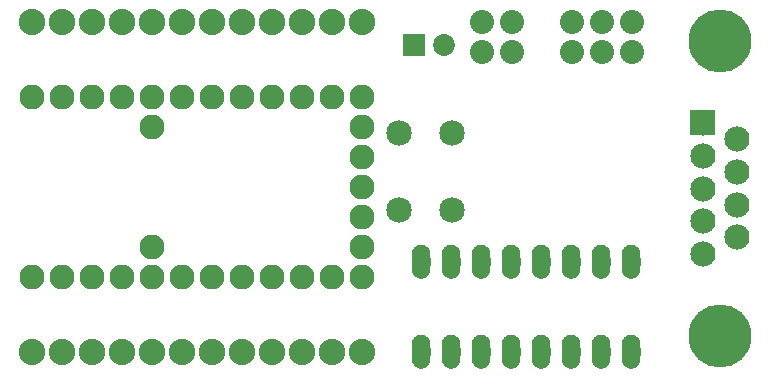
<source format=gbs>
G04 MADE WITH FRITZING*
G04 WWW.FRITZING.ORG*
G04 DOUBLE SIDED*
G04 HOLES PLATED*
G04 CONTOUR ON CENTER OF CONTOUR VECTOR*
%ASAXBY*%
%FSLAX23Y23*%
%MOIN*%
%OFA0B0*%
%SFA1.0B1.0*%
%ADD10C,0.085000*%
%ADD11C,0.072992*%
%ADD12C,0.088000*%
%ADD13C,0.082892*%
%ADD14C,0.062000*%
%ADD15C,0.084000*%
%ADD16C,0.210000*%
%ADD17C,0.080000*%
%ADD18R,0.072992X0.072992*%
%ADD19R,0.001000X0.001000*%
%LNMASK0*%
G90*
G70*
G54D10*
X1302Y558D03*
X1302Y814D03*
X1479Y558D03*
X1479Y814D03*
G54D11*
X1353Y1108D03*
X1452Y1108D03*
G54D12*
X77Y1183D03*
X177Y1183D03*
X277Y1183D03*
X377Y1183D03*
X477Y1183D03*
X577Y1183D03*
X677Y1183D03*
X777Y1183D03*
X877Y1183D03*
X977Y1183D03*
X1077Y1183D03*
X1177Y1183D03*
X77Y83D03*
X177Y83D03*
X277Y83D03*
X377Y83D03*
X477Y83D03*
X577Y83D03*
X677Y83D03*
X777Y83D03*
X877Y83D03*
X977Y83D03*
X1077Y83D03*
X1177Y83D03*
G54D13*
X77Y333D03*
X477Y833D03*
X177Y333D03*
X277Y333D03*
X377Y333D03*
X477Y333D03*
X977Y933D03*
X877Y933D03*
X777Y933D03*
X577Y333D03*
X1077Y333D03*
X1177Y333D03*
X677Y333D03*
X777Y333D03*
X877Y333D03*
X977Y333D03*
X1177Y833D03*
X1177Y433D03*
X1177Y933D03*
X1077Y933D03*
X477Y433D03*
X177Y933D03*
X277Y933D03*
X377Y933D03*
X477Y933D03*
X577Y933D03*
X677Y933D03*
X1177Y633D03*
X1177Y533D03*
X1177Y733D03*
X77Y933D03*
G54D14*
X2077Y383D03*
X1977Y383D03*
X1877Y383D03*
X1777Y383D03*
X1677Y383D03*
X1577Y383D03*
X1477Y383D03*
X1377Y383D03*
X1377Y83D03*
X1477Y83D03*
X1577Y83D03*
X1677Y83D03*
X1777Y83D03*
X1877Y83D03*
X1977Y83D03*
X2077Y83D03*
G54D15*
X2315Y847D03*
X2315Y738D03*
X2315Y629D03*
X2315Y520D03*
X2315Y411D03*
X2427Y793D03*
X2427Y683D03*
X2427Y575D03*
X2427Y466D03*
G54D16*
X2371Y1121D03*
X2371Y137D03*
G54D17*
X1877Y1083D03*
X1877Y1184D03*
X1977Y1183D03*
X1977Y1083D03*
X1577Y1183D03*
X1577Y1083D03*
X1677Y1183D03*
X1677Y1083D03*
X2077Y1183D03*
X2077Y1083D03*
G54D18*
X1353Y1108D03*
G54D19*
X2272Y890D02*
X2355Y890D01*
X2272Y889D02*
X2355Y889D01*
X2272Y888D02*
X2355Y888D01*
X2272Y887D02*
X2355Y887D01*
X2272Y886D02*
X2355Y886D01*
X2272Y885D02*
X2355Y885D01*
X2272Y884D02*
X2355Y884D01*
X2272Y883D02*
X2355Y883D01*
X2272Y882D02*
X2355Y882D01*
X2272Y881D02*
X2355Y881D01*
X2272Y880D02*
X2355Y880D01*
X2272Y879D02*
X2355Y879D01*
X2272Y878D02*
X2355Y878D01*
X2272Y877D02*
X2355Y877D01*
X2272Y876D02*
X2355Y876D01*
X2272Y875D02*
X2355Y875D01*
X2272Y874D02*
X2355Y874D01*
X2272Y873D02*
X2355Y873D01*
X2272Y872D02*
X2355Y872D01*
X2272Y871D02*
X2355Y871D01*
X2272Y870D02*
X2355Y870D01*
X2272Y869D02*
X2355Y869D01*
X2272Y868D02*
X2355Y868D01*
X2272Y867D02*
X2355Y867D01*
X2272Y866D02*
X2355Y866D01*
X2272Y865D02*
X2355Y865D01*
X2272Y864D02*
X2355Y864D01*
X2272Y863D02*
X2311Y863D01*
X2317Y863D02*
X2355Y863D01*
X2272Y862D02*
X2307Y862D01*
X2320Y862D02*
X2355Y862D01*
X2272Y861D02*
X2305Y861D01*
X2322Y861D02*
X2355Y861D01*
X2272Y860D02*
X2303Y860D01*
X2324Y860D02*
X2355Y860D01*
X2272Y859D02*
X2302Y859D01*
X2325Y859D02*
X2355Y859D01*
X2272Y858D02*
X2301Y858D01*
X2326Y858D02*
X2355Y858D01*
X2272Y857D02*
X2301Y857D01*
X2327Y857D02*
X2355Y857D01*
X2272Y856D02*
X2300Y856D01*
X2327Y856D02*
X2355Y856D01*
X2272Y855D02*
X2300Y855D01*
X2328Y855D02*
X2355Y855D01*
X2272Y854D02*
X2299Y854D01*
X2328Y854D02*
X2355Y854D01*
X2272Y853D02*
X2299Y853D01*
X2328Y853D02*
X2355Y853D01*
X2272Y852D02*
X2299Y852D01*
X2329Y852D02*
X2355Y852D01*
X2272Y851D02*
X2298Y851D01*
X2329Y851D02*
X2355Y851D01*
X2272Y850D02*
X2298Y850D01*
X2329Y850D02*
X2355Y850D01*
X2272Y849D02*
X2298Y849D01*
X2329Y849D02*
X2355Y849D01*
X2272Y848D02*
X2298Y848D01*
X2329Y848D02*
X2355Y848D01*
X2272Y847D02*
X2298Y847D01*
X2329Y847D02*
X2355Y847D01*
X2272Y846D02*
X2298Y846D01*
X2329Y846D02*
X2355Y846D01*
X2272Y845D02*
X2298Y845D01*
X2329Y845D02*
X2355Y845D01*
X2272Y844D02*
X2299Y844D01*
X2329Y844D02*
X2355Y844D01*
X2272Y843D02*
X2299Y843D01*
X2328Y843D02*
X2355Y843D01*
X2272Y842D02*
X2299Y842D01*
X2328Y842D02*
X2355Y842D01*
X2272Y841D02*
X2300Y841D01*
X2327Y841D02*
X2355Y841D01*
X2272Y840D02*
X2300Y840D01*
X2327Y840D02*
X2355Y840D01*
X2272Y839D02*
X2301Y839D01*
X2326Y839D02*
X2355Y839D01*
X2272Y838D02*
X2302Y838D01*
X2325Y838D02*
X2355Y838D01*
X2272Y837D02*
X2303Y837D01*
X2324Y837D02*
X2355Y837D01*
X2272Y836D02*
X2304Y836D01*
X2323Y836D02*
X2355Y836D01*
X2272Y835D02*
X2306Y835D01*
X2322Y835D02*
X2355Y835D01*
X2272Y834D02*
X2308Y834D01*
X2319Y834D02*
X2355Y834D01*
X2272Y833D02*
X2355Y833D01*
X2272Y832D02*
X2355Y832D01*
X2272Y831D02*
X2355Y831D01*
X2272Y830D02*
X2355Y830D01*
X2272Y829D02*
X2355Y829D01*
X2272Y828D02*
X2355Y828D01*
X2272Y827D02*
X2355Y827D01*
X2272Y826D02*
X2355Y826D01*
X2272Y825D02*
X2355Y825D01*
X2272Y824D02*
X2355Y824D01*
X2272Y823D02*
X2355Y823D01*
X2272Y822D02*
X2355Y822D01*
X2272Y821D02*
X2355Y821D01*
X2272Y820D02*
X2355Y820D01*
X2272Y819D02*
X2355Y819D01*
X2272Y818D02*
X2355Y818D01*
X2272Y817D02*
X2355Y817D01*
X2272Y816D02*
X2355Y816D01*
X2272Y815D02*
X2355Y815D01*
X2272Y814D02*
X2355Y814D01*
X2272Y813D02*
X2355Y813D01*
X2272Y812D02*
X2355Y812D01*
X2272Y811D02*
X2355Y811D01*
X2272Y810D02*
X2355Y810D01*
X2272Y809D02*
X2355Y809D01*
X2272Y808D02*
X2355Y808D01*
X2272Y807D02*
X2355Y807D01*
X1370Y441D02*
X1381Y441D01*
X1470Y441D02*
X1481Y441D01*
X1570Y441D02*
X1581Y441D01*
X1670Y441D02*
X1681Y441D01*
X1770Y441D02*
X1781Y441D01*
X1870Y441D02*
X1881Y441D01*
X1970Y441D02*
X1981Y441D01*
X2070Y441D02*
X2081Y441D01*
X1367Y440D02*
X1385Y440D01*
X1467Y440D02*
X1485Y440D01*
X1566Y440D02*
X1585Y440D01*
X1666Y440D02*
X1685Y440D01*
X1766Y440D02*
X1785Y440D01*
X1866Y440D02*
X1885Y440D01*
X1966Y440D02*
X1985Y440D01*
X2066Y440D02*
X2085Y440D01*
X1364Y439D02*
X1387Y439D01*
X1464Y439D02*
X1487Y439D01*
X1564Y439D02*
X1587Y439D01*
X1664Y439D02*
X1687Y439D01*
X1764Y439D02*
X1787Y439D01*
X1864Y439D02*
X1887Y439D01*
X1964Y439D02*
X1987Y439D01*
X2064Y439D02*
X2087Y439D01*
X1362Y438D02*
X1389Y438D01*
X1462Y438D02*
X1489Y438D01*
X1562Y438D02*
X1589Y438D01*
X1662Y438D02*
X1689Y438D01*
X1762Y438D02*
X1789Y438D01*
X1862Y438D02*
X1889Y438D01*
X1962Y438D02*
X1989Y438D01*
X2062Y438D02*
X2089Y438D01*
X1360Y437D02*
X1391Y437D01*
X1460Y437D02*
X1491Y437D01*
X1560Y437D02*
X1591Y437D01*
X1660Y437D02*
X1691Y437D01*
X1760Y437D02*
X1791Y437D01*
X1860Y437D02*
X1891Y437D01*
X1960Y437D02*
X1991Y437D01*
X2060Y437D02*
X2091Y437D01*
X1359Y436D02*
X1392Y436D01*
X1459Y436D02*
X1492Y436D01*
X1559Y436D02*
X1592Y436D01*
X1659Y436D02*
X1692Y436D01*
X1759Y436D02*
X1792Y436D01*
X1859Y436D02*
X1892Y436D01*
X1959Y436D02*
X1992Y436D01*
X2059Y436D02*
X2092Y436D01*
X1358Y435D02*
X1394Y435D01*
X1457Y435D02*
X1494Y435D01*
X1557Y435D02*
X1594Y435D01*
X1657Y435D02*
X1694Y435D01*
X1757Y435D02*
X1794Y435D01*
X1857Y435D02*
X1894Y435D01*
X1957Y435D02*
X1994Y435D01*
X2057Y435D02*
X2094Y435D01*
X1356Y434D02*
X1395Y434D01*
X1456Y434D02*
X1495Y434D01*
X1556Y434D02*
X1595Y434D01*
X1656Y434D02*
X1695Y434D01*
X1756Y434D02*
X1795Y434D01*
X1856Y434D02*
X1895Y434D01*
X1956Y434D02*
X1995Y434D01*
X2056Y434D02*
X2095Y434D01*
X1355Y433D02*
X1396Y433D01*
X1455Y433D02*
X1496Y433D01*
X1555Y433D02*
X1596Y433D01*
X1655Y433D02*
X1696Y433D01*
X1755Y433D02*
X1796Y433D01*
X1855Y433D02*
X1896Y433D01*
X1955Y433D02*
X1996Y433D01*
X2055Y433D02*
X2096Y433D01*
X1354Y432D02*
X1397Y432D01*
X1454Y432D02*
X1497Y432D01*
X1554Y432D02*
X1597Y432D01*
X1654Y432D02*
X1697Y432D01*
X1754Y432D02*
X1797Y432D01*
X1854Y432D02*
X1897Y432D01*
X1954Y432D02*
X1997Y432D01*
X2054Y432D02*
X2097Y432D01*
X1353Y431D02*
X1398Y431D01*
X1453Y431D02*
X1498Y431D01*
X1553Y431D02*
X1598Y431D01*
X1653Y431D02*
X1698Y431D01*
X1753Y431D02*
X1798Y431D01*
X1853Y431D02*
X1898Y431D01*
X1953Y431D02*
X1998Y431D01*
X2053Y431D02*
X2098Y431D01*
X1352Y430D02*
X1399Y430D01*
X1452Y430D02*
X1499Y430D01*
X1552Y430D02*
X1599Y430D01*
X1652Y430D02*
X1699Y430D01*
X1752Y430D02*
X1799Y430D01*
X1852Y430D02*
X1899Y430D01*
X1952Y430D02*
X1999Y430D01*
X2052Y430D02*
X2099Y430D01*
X1352Y429D02*
X1400Y429D01*
X1452Y429D02*
X1500Y429D01*
X1552Y429D02*
X1600Y429D01*
X1652Y429D02*
X1700Y429D01*
X1751Y429D02*
X1800Y429D01*
X1851Y429D02*
X1900Y429D01*
X1951Y429D02*
X2000Y429D01*
X2051Y429D02*
X2100Y429D01*
X1351Y428D02*
X1400Y428D01*
X1451Y428D02*
X1500Y428D01*
X1551Y428D02*
X1600Y428D01*
X1651Y428D02*
X1700Y428D01*
X1751Y428D02*
X1800Y428D01*
X1851Y428D02*
X1900Y428D01*
X1951Y428D02*
X2000Y428D01*
X2051Y428D02*
X2100Y428D01*
X1350Y427D02*
X1401Y427D01*
X1450Y427D02*
X1501Y427D01*
X1550Y427D02*
X1601Y427D01*
X1650Y427D02*
X1701Y427D01*
X1750Y427D02*
X1801Y427D01*
X1850Y427D02*
X1901Y427D01*
X1950Y427D02*
X2001Y427D01*
X2050Y427D02*
X2101Y427D01*
X1350Y426D02*
X1402Y426D01*
X1450Y426D02*
X1502Y426D01*
X1549Y426D02*
X1602Y426D01*
X1649Y426D02*
X1702Y426D01*
X1749Y426D02*
X1802Y426D01*
X1849Y426D02*
X1902Y426D01*
X1949Y426D02*
X2002Y426D01*
X2049Y426D02*
X2102Y426D01*
X1349Y425D02*
X1402Y425D01*
X1449Y425D02*
X1502Y425D01*
X1549Y425D02*
X1602Y425D01*
X1649Y425D02*
X1702Y425D01*
X1749Y425D02*
X1802Y425D01*
X1849Y425D02*
X1902Y425D01*
X1949Y425D02*
X2002Y425D01*
X2049Y425D02*
X2102Y425D01*
X1348Y424D02*
X1403Y424D01*
X1448Y424D02*
X1503Y424D01*
X1548Y424D02*
X1603Y424D01*
X1648Y424D02*
X1703Y424D01*
X1748Y424D02*
X1803Y424D01*
X1848Y424D02*
X1903Y424D01*
X1948Y424D02*
X2003Y424D01*
X2048Y424D02*
X2103Y424D01*
X1348Y423D02*
X1403Y423D01*
X1448Y423D02*
X1503Y423D01*
X1548Y423D02*
X1603Y423D01*
X1648Y423D02*
X1703Y423D01*
X1748Y423D02*
X1803Y423D01*
X1848Y423D02*
X1903Y423D01*
X1948Y423D02*
X2003Y423D01*
X2048Y423D02*
X2103Y423D01*
X1347Y422D02*
X1404Y422D01*
X1447Y422D02*
X1504Y422D01*
X1547Y422D02*
X1604Y422D01*
X1647Y422D02*
X1704Y422D01*
X1747Y422D02*
X1804Y422D01*
X1847Y422D02*
X1904Y422D01*
X1947Y422D02*
X2004Y422D01*
X2047Y422D02*
X2104Y422D01*
X1347Y421D02*
X1404Y421D01*
X1447Y421D02*
X1504Y421D01*
X1547Y421D02*
X1604Y421D01*
X1647Y421D02*
X1704Y421D01*
X1747Y421D02*
X1804Y421D01*
X1847Y421D02*
X1904Y421D01*
X1947Y421D02*
X2004Y421D01*
X2047Y421D02*
X2104Y421D01*
X1347Y420D02*
X1405Y420D01*
X1447Y420D02*
X1505Y420D01*
X1547Y420D02*
X1605Y420D01*
X1647Y420D02*
X1704Y420D01*
X1747Y420D02*
X1804Y420D01*
X1847Y420D02*
X1904Y420D01*
X1947Y420D02*
X2004Y420D01*
X2047Y420D02*
X2104Y420D01*
X1346Y419D02*
X1405Y419D01*
X1446Y419D02*
X1505Y419D01*
X1546Y419D02*
X1605Y419D01*
X1646Y419D02*
X1705Y419D01*
X1746Y419D02*
X1805Y419D01*
X1846Y419D02*
X1905Y419D01*
X1946Y419D02*
X2005Y419D01*
X2046Y419D02*
X2105Y419D01*
X1346Y418D02*
X1405Y418D01*
X1446Y418D02*
X1505Y418D01*
X1546Y418D02*
X1605Y418D01*
X1646Y418D02*
X1705Y418D01*
X1746Y418D02*
X1805Y418D01*
X1846Y418D02*
X1905Y418D01*
X1946Y418D02*
X2005Y418D01*
X2046Y418D02*
X2105Y418D01*
X1346Y417D02*
X1405Y417D01*
X1446Y417D02*
X1505Y417D01*
X1546Y417D02*
X1605Y417D01*
X1646Y417D02*
X1705Y417D01*
X1746Y417D02*
X1805Y417D01*
X1846Y417D02*
X1905Y417D01*
X1946Y417D02*
X2005Y417D01*
X2046Y417D02*
X2105Y417D01*
X1346Y416D02*
X1406Y416D01*
X1446Y416D02*
X1506Y416D01*
X1546Y416D02*
X1606Y416D01*
X1646Y416D02*
X1706Y416D01*
X1746Y416D02*
X1806Y416D01*
X1846Y416D02*
X1905Y416D01*
X1946Y416D02*
X2005Y416D01*
X2045Y416D02*
X2105Y416D01*
X1346Y415D02*
X1406Y415D01*
X1445Y415D02*
X1506Y415D01*
X1545Y415D02*
X1606Y415D01*
X1645Y415D02*
X1706Y415D01*
X1745Y415D02*
X1806Y415D01*
X1845Y415D02*
X1906Y415D01*
X1945Y415D02*
X2006Y415D01*
X2045Y415D02*
X2106Y415D01*
X1345Y414D02*
X1406Y414D01*
X1445Y414D02*
X1506Y414D01*
X1545Y414D02*
X1606Y414D01*
X1645Y414D02*
X1706Y414D01*
X1745Y414D02*
X1806Y414D01*
X1845Y414D02*
X1906Y414D01*
X1945Y414D02*
X2006Y414D01*
X2045Y414D02*
X2106Y414D01*
X1345Y413D02*
X1406Y413D01*
X1445Y413D02*
X1506Y413D01*
X1545Y413D02*
X1606Y413D01*
X1645Y413D02*
X1706Y413D01*
X1745Y413D02*
X1806Y413D01*
X1845Y413D02*
X1906Y413D01*
X1945Y413D02*
X2006Y413D01*
X2045Y413D02*
X2106Y413D01*
X1345Y412D02*
X1406Y412D01*
X1445Y412D02*
X1506Y412D01*
X1545Y412D02*
X1606Y412D01*
X1645Y412D02*
X1706Y412D01*
X1745Y412D02*
X1806Y412D01*
X1845Y412D02*
X1906Y412D01*
X1945Y412D02*
X2006Y412D01*
X2045Y412D02*
X2106Y412D01*
X1345Y411D02*
X1406Y411D01*
X1445Y411D02*
X1506Y411D01*
X1545Y411D02*
X1606Y411D01*
X1645Y411D02*
X1706Y411D01*
X1745Y411D02*
X1806Y411D01*
X1845Y411D02*
X1906Y411D01*
X1945Y411D02*
X2006Y411D01*
X2045Y411D02*
X2106Y411D01*
X1345Y410D02*
X1406Y410D01*
X1445Y410D02*
X1506Y410D01*
X1545Y410D02*
X1606Y410D01*
X1645Y410D02*
X1706Y410D01*
X1745Y410D02*
X1806Y410D01*
X1845Y410D02*
X1906Y410D01*
X1945Y410D02*
X2006Y410D01*
X2045Y410D02*
X2106Y410D01*
X1345Y409D02*
X1406Y409D01*
X1445Y409D02*
X1506Y409D01*
X1545Y409D02*
X1606Y409D01*
X1645Y409D02*
X1706Y409D01*
X1745Y409D02*
X1806Y409D01*
X1845Y409D02*
X1906Y409D01*
X1945Y409D02*
X2006Y409D01*
X2045Y409D02*
X2106Y409D01*
X1345Y408D02*
X1406Y408D01*
X1445Y408D02*
X1506Y408D01*
X1545Y408D02*
X1606Y408D01*
X1645Y408D02*
X1706Y408D01*
X1745Y408D02*
X1806Y408D01*
X1845Y408D02*
X1906Y408D01*
X1945Y408D02*
X2006Y408D01*
X2045Y408D02*
X2106Y408D01*
X1345Y407D02*
X1406Y407D01*
X1445Y407D02*
X1506Y407D01*
X1545Y407D02*
X1606Y407D01*
X1645Y407D02*
X1706Y407D01*
X1745Y407D02*
X1806Y407D01*
X1845Y407D02*
X1906Y407D01*
X1945Y407D02*
X2006Y407D01*
X2045Y407D02*
X2106Y407D01*
X1345Y406D02*
X1406Y406D01*
X1445Y406D02*
X1506Y406D01*
X1545Y406D02*
X1606Y406D01*
X1645Y406D02*
X1706Y406D01*
X1745Y406D02*
X1806Y406D01*
X1845Y406D02*
X1906Y406D01*
X1945Y406D02*
X2006Y406D01*
X2045Y406D02*
X2106Y406D01*
X1345Y405D02*
X1406Y405D01*
X1445Y405D02*
X1506Y405D01*
X1545Y405D02*
X1606Y405D01*
X1645Y405D02*
X1706Y405D01*
X1745Y405D02*
X1806Y405D01*
X1845Y405D02*
X1906Y405D01*
X1945Y405D02*
X2006Y405D01*
X2045Y405D02*
X2106Y405D01*
X1345Y404D02*
X1406Y404D01*
X1445Y404D02*
X1506Y404D01*
X1545Y404D02*
X1606Y404D01*
X1645Y404D02*
X1706Y404D01*
X1745Y404D02*
X1806Y404D01*
X1845Y404D02*
X1906Y404D01*
X1945Y404D02*
X2006Y404D01*
X2045Y404D02*
X2106Y404D01*
X1345Y403D02*
X1406Y403D01*
X1445Y403D02*
X1506Y403D01*
X1545Y403D02*
X1606Y403D01*
X1645Y403D02*
X1706Y403D01*
X1745Y403D02*
X1806Y403D01*
X1845Y403D02*
X1906Y403D01*
X1945Y403D02*
X2006Y403D01*
X2045Y403D02*
X2106Y403D01*
X1345Y402D02*
X1406Y402D01*
X1445Y402D02*
X1506Y402D01*
X1545Y402D02*
X1606Y402D01*
X1645Y402D02*
X1706Y402D01*
X1745Y402D02*
X1806Y402D01*
X1845Y402D02*
X1906Y402D01*
X1945Y402D02*
X2006Y402D01*
X2045Y402D02*
X2106Y402D01*
X1345Y401D02*
X1406Y401D01*
X1445Y401D02*
X1506Y401D01*
X1545Y401D02*
X1606Y401D01*
X1645Y401D02*
X1706Y401D01*
X1745Y401D02*
X1806Y401D01*
X1845Y401D02*
X1906Y401D01*
X1945Y401D02*
X2006Y401D01*
X2045Y401D02*
X2106Y401D01*
X1345Y400D02*
X1406Y400D01*
X1445Y400D02*
X1506Y400D01*
X1545Y400D02*
X1606Y400D01*
X1645Y400D02*
X1706Y400D01*
X1745Y400D02*
X1806Y400D01*
X1845Y400D02*
X1906Y400D01*
X1945Y400D02*
X2006Y400D01*
X2045Y400D02*
X2106Y400D01*
X1345Y399D02*
X1406Y399D01*
X1445Y399D02*
X1506Y399D01*
X1545Y399D02*
X1606Y399D01*
X1645Y399D02*
X1706Y399D01*
X1745Y399D02*
X1806Y399D01*
X1845Y399D02*
X1906Y399D01*
X1945Y399D02*
X2006Y399D01*
X2045Y399D02*
X2106Y399D01*
X1345Y398D02*
X1406Y398D01*
X1445Y398D02*
X1506Y398D01*
X1545Y398D02*
X1606Y398D01*
X1645Y398D02*
X1706Y398D01*
X1745Y398D02*
X1806Y398D01*
X1845Y398D02*
X1906Y398D01*
X1945Y398D02*
X2006Y398D01*
X2045Y398D02*
X2106Y398D01*
X1345Y397D02*
X1406Y397D01*
X1445Y397D02*
X1506Y397D01*
X1545Y397D02*
X1606Y397D01*
X1645Y397D02*
X1706Y397D01*
X1745Y397D02*
X1806Y397D01*
X1845Y397D02*
X1906Y397D01*
X1945Y397D02*
X2006Y397D01*
X2045Y397D02*
X2106Y397D01*
X1345Y396D02*
X1406Y396D01*
X1445Y396D02*
X1506Y396D01*
X1545Y396D02*
X1606Y396D01*
X1645Y396D02*
X1706Y396D01*
X1745Y396D02*
X1806Y396D01*
X1845Y396D02*
X1906Y396D01*
X1945Y396D02*
X2006Y396D01*
X2045Y396D02*
X2106Y396D01*
X1345Y395D02*
X1371Y395D01*
X1381Y395D02*
X1406Y395D01*
X1445Y395D02*
X1471Y395D01*
X1480Y395D02*
X1506Y395D01*
X1545Y395D02*
X1571Y395D01*
X1580Y395D02*
X1606Y395D01*
X1645Y395D02*
X1671Y395D01*
X1680Y395D02*
X1706Y395D01*
X1745Y395D02*
X1771Y395D01*
X1780Y395D02*
X1806Y395D01*
X1845Y395D02*
X1871Y395D01*
X1880Y395D02*
X1906Y395D01*
X1945Y395D02*
X1971Y395D01*
X1980Y395D02*
X2006Y395D01*
X2045Y395D02*
X2071Y395D01*
X2080Y395D02*
X2106Y395D01*
X1345Y394D02*
X1369Y394D01*
X1383Y394D02*
X1406Y394D01*
X1445Y394D02*
X1469Y394D01*
X1483Y394D02*
X1506Y394D01*
X1545Y394D02*
X1569Y394D01*
X1583Y394D02*
X1606Y394D01*
X1645Y394D02*
X1669Y394D01*
X1683Y394D02*
X1706Y394D01*
X1745Y394D02*
X1769Y394D01*
X1782Y394D02*
X1806Y394D01*
X1845Y394D02*
X1869Y394D01*
X1882Y394D02*
X1906Y394D01*
X1945Y394D02*
X1969Y394D01*
X1982Y394D02*
X2006Y394D01*
X2045Y394D02*
X2069Y394D01*
X2082Y394D02*
X2106Y394D01*
X1345Y393D02*
X1367Y393D01*
X1384Y393D02*
X1406Y393D01*
X1445Y393D02*
X1467Y393D01*
X1484Y393D02*
X1506Y393D01*
X1545Y393D02*
X1567Y393D01*
X1584Y393D02*
X1606Y393D01*
X1645Y393D02*
X1667Y393D01*
X1684Y393D02*
X1706Y393D01*
X1745Y393D02*
X1767Y393D01*
X1784Y393D02*
X1806Y393D01*
X1845Y393D02*
X1867Y393D01*
X1884Y393D02*
X1906Y393D01*
X1945Y393D02*
X1967Y393D01*
X1984Y393D02*
X2006Y393D01*
X2045Y393D02*
X2067Y393D01*
X2084Y393D02*
X2106Y393D01*
X1345Y392D02*
X1367Y392D01*
X1385Y392D02*
X1406Y392D01*
X1445Y392D02*
X1466Y392D01*
X1485Y392D02*
X1506Y392D01*
X1545Y392D02*
X1566Y392D01*
X1585Y392D02*
X1606Y392D01*
X1645Y392D02*
X1666Y392D01*
X1685Y392D02*
X1706Y392D01*
X1745Y392D02*
X1766Y392D01*
X1785Y392D02*
X1806Y392D01*
X1845Y392D02*
X1866Y392D01*
X1885Y392D02*
X1906Y392D01*
X1945Y392D02*
X1966Y392D01*
X1985Y392D02*
X2006Y392D01*
X2045Y392D02*
X2066Y392D01*
X2085Y392D02*
X2106Y392D01*
X1345Y391D02*
X1366Y391D01*
X1386Y391D02*
X1406Y391D01*
X1445Y391D02*
X1466Y391D01*
X1485Y391D02*
X1506Y391D01*
X1545Y391D02*
X1566Y391D01*
X1585Y391D02*
X1606Y391D01*
X1645Y391D02*
X1666Y391D01*
X1685Y391D02*
X1706Y391D01*
X1745Y391D02*
X1766Y391D01*
X1785Y391D02*
X1806Y391D01*
X1845Y391D02*
X1866Y391D01*
X1885Y391D02*
X1906Y391D01*
X1945Y391D02*
X1966Y391D01*
X1985Y391D02*
X2006Y391D01*
X2045Y391D02*
X2066Y391D01*
X2085Y391D02*
X2106Y391D01*
X1345Y390D02*
X1365Y390D01*
X1386Y390D02*
X1406Y390D01*
X1445Y390D02*
X1465Y390D01*
X1486Y390D02*
X1506Y390D01*
X1545Y390D02*
X1565Y390D01*
X1586Y390D02*
X1606Y390D01*
X1645Y390D02*
X1665Y390D01*
X1686Y390D02*
X1706Y390D01*
X1745Y390D02*
X1765Y390D01*
X1786Y390D02*
X1806Y390D01*
X1845Y390D02*
X1865Y390D01*
X1886Y390D02*
X1906Y390D01*
X1945Y390D02*
X1965Y390D01*
X1986Y390D02*
X2006Y390D01*
X2045Y390D02*
X2065Y390D01*
X2086Y390D02*
X2106Y390D01*
X1345Y389D02*
X1365Y389D01*
X1386Y389D02*
X1406Y389D01*
X1445Y389D02*
X1465Y389D01*
X1486Y389D02*
X1506Y389D01*
X1545Y389D02*
X1565Y389D01*
X1586Y389D02*
X1606Y389D01*
X1645Y389D02*
X1665Y389D01*
X1686Y389D02*
X1706Y389D01*
X1745Y389D02*
X1765Y389D01*
X1786Y389D02*
X1806Y389D01*
X1845Y389D02*
X1865Y389D01*
X1886Y389D02*
X1906Y389D01*
X1945Y389D02*
X1965Y389D01*
X1986Y389D02*
X2006Y389D01*
X2045Y389D02*
X2065Y389D01*
X2086Y389D02*
X2106Y389D01*
X1345Y388D02*
X1365Y388D01*
X1387Y388D02*
X1406Y388D01*
X1445Y388D02*
X1465Y388D01*
X1487Y388D02*
X1506Y388D01*
X1545Y388D02*
X1565Y388D01*
X1587Y388D02*
X1606Y388D01*
X1645Y388D02*
X1664Y388D01*
X1687Y388D02*
X1706Y388D01*
X1745Y388D02*
X1764Y388D01*
X1787Y388D02*
X1806Y388D01*
X1845Y388D02*
X1864Y388D01*
X1887Y388D02*
X1906Y388D01*
X1945Y388D02*
X1964Y388D01*
X1987Y388D02*
X2006Y388D01*
X2045Y388D02*
X2064Y388D01*
X2087Y388D02*
X2106Y388D01*
X1345Y387D02*
X1364Y387D01*
X1387Y387D02*
X1406Y387D01*
X1445Y387D02*
X1464Y387D01*
X1487Y387D02*
X1506Y387D01*
X1545Y387D02*
X1564Y387D01*
X1587Y387D02*
X1606Y387D01*
X1645Y387D02*
X1664Y387D01*
X1687Y387D02*
X1706Y387D01*
X1745Y387D02*
X1764Y387D01*
X1787Y387D02*
X1806Y387D01*
X1845Y387D02*
X1864Y387D01*
X1887Y387D02*
X1906Y387D01*
X1945Y387D02*
X1964Y387D01*
X1987Y387D02*
X2006Y387D01*
X2045Y387D02*
X2064Y387D01*
X2087Y387D02*
X2106Y387D01*
X1345Y386D02*
X1364Y386D01*
X1387Y386D02*
X1406Y386D01*
X1445Y386D02*
X1464Y386D01*
X1487Y386D02*
X1506Y386D01*
X1545Y386D02*
X1564Y386D01*
X1587Y386D02*
X1606Y386D01*
X1645Y386D02*
X1664Y386D01*
X1687Y386D02*
X1706Y386D01*
X1745Y386D02*
X1764Y386D01*
X1787Y386D02*
X1806Y386D01*
X1845Y386D02*
X1864Y386D01*
X1887Y386D02*
X1906Y386D01*
X1945Y386D02*
X1964Y386D01*
X1987Y386D02*
X2006Y386D01*
X2045Y386D02*
X2064Y386D01*
X2087Y386D02*
X2106Y386D01*
X1345Y385D02*
X1364Y385D01*
X1387Y385D02*
X1406Y385D01*
X1445Y385D02*
X1464Y385D01*
X1487Y385D02*
X1506Y385D01*
X1545Y385D02*
X1564Y385D01*
X1587Y385D02*
X1606Y385D01*
X1645Y385D02*
X1664Y385D01*
X1687Y385D02*
X1706Y385D01*
X1745Y385D02*
X1764Y385D01*
X1787Y385D02*
X1806Y385D01*
X1845Y385D02*
X1864Y385D01*
X1887Y385D02*
X1906Y385D01*
X1945Y385D02*
X1964Y385D01*
X1987Y385D02*
X2006Y385D01*
X2045Y385D02*
X2064Y385D01*
X2087Y385D02*
X2106Y385D01*
X1345Y384D02*
X1364Y384D01*
X1387Y384D02*
X1406Y384D01*
X1445Y384D02*
X1464Y384D01*
X1487Y384D02*
X1506Y384D01*
X1545Y384D02*
X1564Y384D01*
X1587Y384D02*
X1606Y384D01*
X1645Y384D02*
X1664Y384D01*
X1687Y384D02*
X1706Y384D01*
X1745Y384D02*
X1764Y384D01*
X1787Y384D02*
X1806Y384D01*
X1845Y384D02*
X1864Y384D01*
X1887Y384D02*
X1906Y384D01*
X1945Y384D02*
X1964Y384D01*
X1987Y384D02*
X2006Y384D01*
X2045Y384D02*
X2064Y384D01*
X2087Y384D02*
X2106Y384D01*
X1345Y383D02*
X1364Y383D01*
X1387Y383D02*
X1406Y383D01*
X1445Y383D02*
X1464Y383D01*
X1487Y383D02*
X1506Y383D01*
X1545Y383D02*
X1564Y383D01*
X1587Y383D02*
X1606Y383D01*
X1645Y383D02*
X1664Y383D01*
X1687Y383D02*
X1706Y383D01*
X1745Y383D02*
X1764Y383D01*
X1787Y383D02*
X1806Y383D01*
X1845Y383D02*
X1864Y383D01*
X1887Y383D02*
X1906Y383D01*
X1945Y383D02*
X1964Y383D01*
X1987Y383D02*
X2006Y383D01*
X2045Y383D02*
X2064Y383D01*
X2087Y383D02*
X2106Y383D01*
X1345Y382D02*
X1364Y382D01*
X1387Y382D02*
X1406Y382D01*
X1445Y382D02*
X1464Y382D01*
X1487Y382D02*
X1506Y382D01*
X1545Y382D02*
X1564Y382D01*
X1587Y382D02*
X1606Y382D01*
X1645Y382D02*
X1664Y382D01*
X1687Y382D02*
X1706Y382D01*
X1745Y382D02*
X1764Y382D01*
X1787Y382D02*
X1806Y382D01*
X1845Y382D02*
X1864Y382D01*
X1887Y382D02*
X1906Y382D01*
X1945Y382D02*
X1964Y382D01*
X1987Y382D02*
X2006Y382D01*
X2045Y382D02*
X2064Y382D01*
X2087Y382D02*
X2106Y382D01*
X1345Y381D02*
X1365Y381D01*
X1387Y381D02*
X1406Y381D01*
X1445Y381D02*
X1465Y381D01*
X1487Y381D02*
X1506Y381D01*
X1545Y381D02*
X1565Y381D01*
X1587Y381D02*
X1606Y381D01*
X1645Y381D02*
X1665Y381D01*
X1687Y381D02*
X1706Y381D01*
X1745Y381D02*
X1765Y381D01*
X1786Y381D02*
X1806Y381D01*
X1845Y381D02*
X1865Y381D01*
X1886Y381D02*
X1906Y381D01*
X1945Y381D02*
X1965Y381D01*
X1986Y381D02*
X2006Y381D01*
X2045Y381D02*
X2065Y381D01*
X2086Y381D02*
X2106Y381D01*
X1345Y380D02*
X1365Y380D01*
X1386Y380D02*
X1406Y380D01*
X1445Y380D02*
X1465Y380D01*
X1486Y380D02*
X1506Y380D01*
X1545Y380D02*
X1565Y380D01*
X1586Y380D02*
X1606Y380D01*
X1645Y380D02*
X1665Y380D01*
X1686Y380D02*
X1706Y380D01*
X1745Y380D02*
X1765Y380D01*
X1786Y380D02*
X1806Y380D01*
X1845Y380D02*
X1865Y380D01*
X1886Y380D02*
X1906Y380D01*
X1945Y380D02*
X1965Y380D01*
X1986Y380D02*
X2006Y380D01*
X2045Y380D02*
X2065Y380D01*
X2086Y380D02*
X2106Y380D01*
X1345Y379D02*
X1366Y379D01*
X1386Y379D02*
X1406Y379D01*
X1445Y379D02*
X1465Y379D01*
X1486Y379D02*
X1506Y379D01*
X1545Y379D02*
X1565Y379D01*
X1586Y379D02*
X1606Y379D01*
X1645Y379D02*
X1665Y379D01*
X1686Y379D02*
X1706Y379D01*
X1745Y379D02*
X1765Y379D01*
X1786Y379D02*
X1806Y379D01*
X1845Y379D02*
X1865Y379D01*
X1886Y379D02*
X1906Y379D01*
X1945Y379D02*
X1965Y379D01*
X1986Y379D02*
X2006Y379D01*
X2045Y379D02*
X2065Y379D01*
X2086Y379D02*
X2106Y379D01*
X1345Y378D02*
X1366Y378D01*
X1385Y378D02*
X1406Y378D01*
X1445Y378D02*
X1466Y378D01*
X1485Y378D02*
X1506Y378D01*
X1545Y378D02*
X1566Y378D01*
X1585Y378D02*
X1606Y378D01*
X1645Y378D02*
X1666Y378D01*
X1685Y378D02*
X1706Y378D01*
X1745Y378D02*
X1766Y378D01*
X1785Y378D02*
X1806Y378D01*
X1845Y378D02*
X1866Y378D01*
X1885Y378D02*
X1906Y378D01*
X1945Y378D02*
X1966Y378D01*
X1985Y378D02*
X2006Y378D01*
X2045Y378D02*
X2066Y378D01*
X2085Y378D02*
X2106Y378D01*
X1345Y377D02*
X1367Y377D01*
X1384Y377D02*
X1406Y377D01*
X1445Y377D02*
X1467Y377D01*
X1484Y377D02*
X1506Y377D01*
X1545Y377D02*
X1567Y377D01*
X1584Y377D02*
X1606Y377D01*
X1645Y377D02*
X1667Y377D01*
X1684Y377D02*
X1706Y377D01*
X1745Y377D02*
X1767Y377D01*
X1784Y377D02*
X1806Y377D01*
X1845Y377D02*
X1867Y377D01*
X1884Y377D02*
X1906Y377D01*
X1945Y377D02*
X1967Y377D01*
X1984Y377D02*
X2006Y377D01*
X2045Y377D02*
X2067Y377D01*
X2084Y377D02*
X2106Y377D01*
X1345Y376D02*
X1368Y376D01*
X1383Y376D02*
X1406Y376D01*
X1445Y376D02*
X1468Y376D01*
X1483Y376D02*
X1506Y376D01*
X1545Y376D02*
X1568Y376D01*
X1583Y376D02*
X1606Y376D01*
X1645Y376D02*
X1668Y376D01*
X1683Y376D02*
X1706Y376D01*
X1745Y376D02*
X1768Y376D01*
X1783Y376D02*
X1806Y376D01*
X1845Y376D02*
X1868Y376D01*
X1883Y376D02*
X1906Y376D01*
X1945Y376D02*
X1968Y376D01*
X1983Y376D02*
X2006Y376D01*
X2045Y376D02*
X2068Y376D01*
X2083Y376D02*
X2106Y376D01*
X1345Y375D02*
X1370Y375D01*
X1382Y375D02*
X1406Y375D01*
X1445Y375D02*
X1470Y375D01*
X1482Y375D02*
X1506Y375D01*
X1545Y375D02*
X1570Y375D01*
X1582Y375D02*
X1606Y375D01*
X1645Y375D02*
X1670Y375D01*
X1682Y375D02*
X1706Y375D01*
X1745Y375D02*
X1769Y375D01*
X1782Y375D02*
X1806Y375D01*
X1845Y375D02*
X1869Y375D01*
X1882Y375D02*
X1906Y375D01*
X1945Y375D02*
X1969Y375D01*
X1982Y375D02*
X2006Y375D01*
X2045Y375D02*
X2069Y375D01*
X2082Y375D02*
X2106Y375D01*
X1345Y374D02*
X1373Y374D01*
X1379Y374D02*
X1406Y374D01*
X1445Y374D02*
X1473Y374D01*
X1479Y374D02*
X1506Y374D01*
X1545Y374D02*
X1572Y374D01*
X1579Y374D02*
X1606Y374D01*
X1645Y374D02*
X1672Y374D01*
X1679Y374D02*
X1706Y374D01*
X1745Y374D02*
X1772Y374D01*
X1779Y374D02*
X1806Y374D01*
X1845Y374D02*
X1872Y374D01*
X1879Y374D02*
X1906Y374D01*
X1945Y374D02*
X1972Y374D01*
X1979Y374D02*
X2006Y374D01*
X2045Y374D02*
X2072Y374D01*
X2079Y374D02*
X2106Y374D01*
X1345Y373D02*
X1406Y373D01*
X1445Y373D02*
X1506Y373D01*
X1545Y373D02*
X1606Y373D01*
X1645Y373D02*
X1706Y373D01*
X1745Y373D02*
X1806Y373D01*
X1845Y373D02*
X1906Y373D01*
X1945Y373D02*
X2006Y373D01*
X2045Y373D02*
X2106Y373D01*
X1345Y372D02*
X1406Y372D01*
X1445Y372D02*
X1506Y372D01*
X1545Y372D02*
X1606Y372D01*
X1645Y372D02*
X1706Y372D01*
X1745Y372D02*
X1806Y372D01*
X1845Y372D02*
X1906Y372D01*
X1945Y372D02*
X2006Y372D01*
X2045Y372D02*
X2106Y372D01*
X1345Y371D02*
X1406Y371D01*
X1445Y371D02*
X1506Y371D01*
X1545Y371D02*
X1606Y371D01*
X1645Y371D02*
X1706Y371D01*
X1745Y371D02*
X1806Y371D01*
X1845Y371D02*
X1906Y371D01*
X1945Y371D02*
X2006Y371D01*
X2045Y371D02*
X2106Y371D01*
X1345Y370D02*
X1406Y370D01*
X1445Y370D02*
X1506Y370D01*
X1545Y370D02*
X1606Y370D01*
X1645Y370D02*
X1706Y370D01*
X1745Y370D02*
X1806Y370D01*
X1845Y370D02*
X1906Y370D01*
X1945Y370D02*
X2006Y370D01*
X2045Y370D02*
X2106Y370D01*
X1345Y369D02*
X1406Y369D01*
X1445Y369D02*
X1506Y369D01*
X1545Y369D02*
X1606Y369D01*
X1645Y369D02*
X1706Y369D01*
X1745Y369D02*
X1806Y369D01*
X1845Y369D02*
X1906Y369D01*
X1945Y369D02*
X2006Y369D01*
X2045Y369D02*
X2106Y369D01*
X1345Y368D02*
X1406Y368D01*
X1445Y368D02*
X1506Y368D01*
X1545Y368D02*
X1606Y368D01*
X1645Y368D02*
X1706Y368D01*
X1745Y368D02*
X1806Y368D01*
X1845Y368D02*
X1906Y368D01*
X1945Y368D02*
X2006Y368D01*
X2045Y368D02*
X2106Y368D01*
X1345Y367D02*
X1406Y367D01*
X1445Y367D02*
X1506Y367D01*
X1545Y367D02*
X1606Y367D01*
X1645Y367D02*
X1706Y367D01*
X1745Y367D02*
X1806Y367D01*
X1845Y367D02*
X1906Y367D01*
X1945Y367D02*
X2006Y367D01*
X2045Y367D02*
X2106Y367D01*
X1345Y366D02*
X1406Y366D01*
X1445Y366D02*
X1506Y366D01*
X1545Y366D02*
X1606Y366D01*
X1645Y366D02*
X1706Y366D01*
X1745Y366D02*
X1806Y366D01*
X1845Y366D02*
X1906Y366D01*
X1945Y366D02*
X2006Y366D01*
X2045Y366D02*
X2106Y366D01*
X1345Y365D02*
X1406Y365D01*
X1445Y365D02*
X1506Y365D01*
X1545Y365D02*
X1606Y365D01*
X1645Y365D02*
X1706Y365D01*
X1745Y365D02*
X1806Y365D01*
X1845Y365D02*
X1906Y365D01*
X1945Y365D02*
X2006Y365D01*
X2045Y365D02*
X2106Y365D01*
X1345Y364D02*
X1406Y364D01*
X1445Y364D02*
X1506Y364D01*
X1545Y364D02*
X1606Y364D01*
X1645Y364D02*
X1706Y364D01*
X1745Y364D02*
X1806Y364D01*
X1845Y364D02*
X1906Y364D01*
X1945Y364D02*
X2006Y364D01*
X2045Y364D02*
X2106Y364D01*
X1345Y363D02*
X1406Y363D01*
X1445Y363D02*
X1506Y363D01*
X1545Y363D02*
X1606Y363D01*
X1645Y363D02*
X1706Y363D01*
X1745Y363D02*
X1806Y363D01*
X1845Y363D02*
X1906Y363D01*
X1945Y363D02*
X2006Y363D01*
X2045Y363D02*
X2106Y363D01*
X1345Y362D02*
X1406Y362D01*
X1445Y362D02*
X1506Y362D01*
X1545Y362D02*
X1606Y362D01*
X1645Y362D02*
X1706Y362D01*
X1745Y362D02*
X1806Y362D01*
X1845Y362D02*
X1906Y362D01*
X1945Y362D02*
X2006Y362D01*
X2045Y362D02*
X2106Y362D01*
X1345Y361D02*
X1406Y361D01*
X1445Y361D02*
X1506Y361D01*
X1545Y361D02*
X1606Y361D01*
X1645Y361D02*
X1706Y361D01*
X1745Y361D02*
X1806Y361D01*
X1845Y361D02*
X1906Y361D01*
X1945Y361D02*
X2006Y361D01*
X2045Y361D02*
X2106Y361D01*
X1345Y360D02*
X1406Y360D01*
X1445Y360D02*
X1506Y360D01*
X1545Y360D02*
X1606Y360D01*
X1645Y360D02*
X1706Y360D01*
X1745Y360D02*
X1806Y360D01*
X1845Y360D02*
X1906Y360D01*
X1945Y360D02*
X2006Y360D01*
X2045Y360D02*
X2106Y360D01*
X1345Y359D02*
X1406Y359D01*
X1445Y359D02*
X1506Y359D01*
X1545Y359D02*
X1606Y359D01*
X1645Y359D02*
X1706Y359D01*
X1745Y359D02*
X1806Y359D01*
X1845Y359D02*
X1906Y359D01*
X1945Y359D02*
X2006Y359D01*
X2045Y359D02*
X2106Y359D01*
X1345Y358D02*
X1406Y358D01*
X1445Y358D02*
X1506Y358D01*
X1545Y358D02*
X1606Y358D01*
X1645Y358D02*
X1706Y358D01*
X1745Y358D02*
X1806Y358D01*
X1845Y358D02*
X1906Y358D01*
X1945Y358D02*
X2006Y358D01*
X2045Y358D02*
X2106Y358D01*
X1345Y357D02*
X1406Y357D01*
X1445Y357D02*
X1506Y357D01*
X1545Y357D02*
X1606Y357D01*
X1645Y357D02*
X1706Y357D01*
X1745Y357D02*
X1806Y357D01*
X1845Y357D02*
X1906Y357D01*
X1945Y357D02*
X2006Y357D01*
X2045Y357D02*
X2106Y357D01*
X1345Y356D02*
X1406Y356D01*
X1445Y356D02*
X1506Y356D01*
X1545Y356D02*
X1606Y356D01*
X1645Y356D02*
X1706Y356D01*
X1745Y356D02*
X1806Y356D01*
X1845Y356D02*
X1906Y356D01*
X1945Y356D02*
X2006Y356D01*
X2045Y356D02*
X2106Y356D01*
X1345Y355D02*
X1406Y355D01*
X1445Y355D02*
X1506Y355D01*
X1545Y355D02*
X1606Y355D01*
X1645Y355D02*
X1706Y355D01*
X1745Y355D02*
X1806Y355D01*
X1845Y355D02*
X1906Y355D01*
X1945Y355D02*
X2006Y355D01*
X2045Y355D02*
X2106Y355D01*
X1346Y354D02*
X1406Y354D01*
X1446Y354D02*
X1506Y354D01*
X1546Y354D02*
X1606Y354D01*
X1646Y354D02*
X1706Y354D01*
X1745Y354D02*
X1806Y354D01*
X1845Y354D02*
X1906Y354D01*
X1945Y354D02*
X2006Y354D01*
X2045Y354D02*
X2106Y354D01*
X1346Y353D02*
X1406Y353D01*
X1446Y353D02*
X1506Y353D01*
X1546Y353D02*
X1605Y353D01*
X1646Y353D02*
X1705Y353D01*
X1746Y353D02*
X1805Y353D01*
X1846Y353D02*
X1905Y353D01*
X1946Y353D02*
X2005Y353D01*
X2046Y353D02*
X2105Y353D01*
X1346Y352D02*
X1405Y352D01*
X1446Y352D02*
X1505Y352D01*
X1546Y352D02*
X1605Y352D01*
X1646Y352D02*
X1705Y352D01*
X1746Y352D02*
X1805Y352D01*
X1846Y352D02*
X1905Y352D01*
X1946Y352D02*
X2005Y352D01*
X2046Y352D02*
X2105Y352D01*
X1346Y351D02*
X1405Y351D01*
X1446Y351D02*
X1505Y351D01*
X1546Y351D02*
X1605Y351D01*
X1646Y351D02*
X1705Y351D01*
X1746Y351D02*
X1805Y351D01*
X1846Y351D02*
X1905Y351D01*
X1946Y351D02*
X2005Y351D01*
X2046Y351D02*
X2105Y351D01*
X1347Y350D02*
X1405Y350D01*
X1447Y350D02*
X1505Y350D01*
X1547Y350D02*
X1605Y350D01*
X1646Y350D02*
X1705Y350D01*
X1746Y350D02*
X1805Y350D01*
X1846Y350D02*
X1905Y350D01*
X1946Y350D02*
X2005Y350D01*
X2046Y350D02*
X2105Y350D01*
X1347Y349D02*
X1404Y349D01*
X1447Y349D02*
X1504Y349D01*
X1547Y349D02*
X1604Y349D01*
X1647Y349D02*
X1704Y349D01*
X1747Y349D02*
X1804Y349D01*
X1847Y349D02*
X1904Y349D01*
X1947Y349D02*
X2004Y349D01*
X2047Y349D02*
X2104Y349D01*
X1347Y348D02*
X1404Y348D01*
X1447Y348D02*
X1504Y348D01*
X1547Y348D02*
X1604Y348D01*
X1647Y348D02*
X1704Y348D01*
X1747Y348D02*
X1804Y348D01*
X1847Y348D02*
X1904Y348D01*
X1947Y348D02*
X2004Y348D01*
X2047Y348D02*
X2104Y348D01*
X1348Y347D02*
X1404Y347D01*
X1448Y347D02*
X1504Y347D01*
X1548Y347D02*
X1604Y347D01*
X1648Y347D02*
X1704Y347D01*
X1748Y347D02*
X1803Y347D01*
X1848Y347D02*
X1903Y347D01*
X1948Y347D02*
X2003Y347D01*
X2048Y347D02*
X2103Y347D01*
X1348Y346D02*
X1403Y346D01*
X1448Y346D02*
X1503Y346D01*
X1548Y346D02*
X1603Y346D01*
X1648Y346D02*
X1703Y346D01*
X1748Y346D02*
X1803Y346D01*
X1848Y346D02*
X1903Y346D01*
X1948Y346D02*
X2003Y346D01*
X2048Y346D02*
X2103Y346D01*
X1349Y345D02*
X1403Y345D01*
X1449Y345D02*
X1503Y345D01*
X1549Y345D02*
X1603Y345D01*
X1649Y345D02*
X1703Y345D01*
X1749Y345D02*
X1803Y345D01*
X1849Y345D02*
X1902Y345D01*
X1949Y345D02*
X2002Y345D01*
X2048Y345D02*
X2102Y345D01*
X1349Y344D02*
X1402Y344D01*
X1449Y344D02*
X1502Y344D01*
X1549Y344D02*
X1602Y344D01*
X1649Y344D02*
X1702Y344D01*
X1749Y344D02*
X1802Y344D01*
X1849Y344D02*
X1902Y344D01*
X1949Y344D02*
X2002Y344D01*
X2049Y344D02*
X2102Y344D01*
X1350Y343D02*
X1401Y343D01*
X1450Y343D02*
X1501Y343D01*
X1550Y343D02*
X1601Y343D01*
X1650Y343D02*
X1701Y343D01*
X1750Y343D02*
X1801Y343D01*
X1850Y343D02*
X1901Y343D01*
X1950Y343D02*
X2001Y343D01*
X2050Y343D02*
X2101Y343D01*
X1350Y342D02*
X1401Y342D01*
X1450Y342D02*
X1501Y342D01*
X1550Y342D02*
X1601Y342D01*
X1650Y342D02*
X1701Y342D01*
X1750Y342D02*
X1801Y342D01*
X1850Y342D02*
X1901Y342D01*
X1950Y342D02*
X2001Y342D01*
X2050Y342D02*
X2101Y342D01*
X1351Y341D02*
X1400Y341D01*
X1451Y341D02*
X1500Y341D01*
X1551Y341D02*
X1600Y341D01*
X1651Y341D02*
X1700Y341D01*
X1751Y341D02*
X1800Y341D01*
X1851Y341D02*
X1900Y341D01*
X1951Y341D02*
X2000Y341D01*
X2051Y341D02*
X2100Y341D01*
X1352Y340D02*
X1399Y340D01*
X1452Y340D02*
X1499Y340D01*
X1552Y340D02*
X1599Y340D01*
X1652Y340D02*
X1699Y340D01*
X1752Y340D02*
X1799Y340D01*
X1852Y340D02*
X1899Y340D01*
X1952Y340D02*
X1999Y340D01*
X2052Y340D02*
X2099Y340D01*
X1353Y339D02*
X1399Y339D01*
X1453Y339D02*
X1499Y339D01*
X1553Y339D02*
X1598Y339D01*
X1653Y339D02*
X1698Y339D01*
X1753Y339D02*
X1798Y339D01*
X1853Y339D02*
X1898Y339D01*
X1953Y339D02*
X1998Y339D01*
X2053Y339D02*
X2098Y339D01*
X1354Y338D02*
X1398Y338D01*
X1454Y338D02*
X1498Y338D01*
X1554Y338D02*
X1598Y338D01*
X1654Y338D02*
X1698Y338D01*
X1754Y338D02*
X1798Y338D01*
X1854Y338D02*
X1897Y338D01*
X1953Y338D02*
X1997Y338D01*
X2053Y338D02*
X2097Y338D01*
X1355Y337D02*
X1397Y337D01*
X1455Y337D02*
X1497Y337D01*
X1555Y337D02*
X1597Y337D01*
X1655Y337D02*
X1697Y337D01*
X1755Y337D02*
X1797Y337D01*
X1854Y337D02*
X1897Y337D01*
X1954Y337D02*
X1997Y337D01*
X2054Y337D02*
X2096Y337D01*
X1356Y336D02*
X1396Y336D01*
X1456Y336D02*
X1496Y336D01*
X1556Y336D02*
X1596Y336D01*
X1656Y336D02*
X1696Y336D01*
X1756Y336D02*
X1795Y336D01*
X1856Y336D02*
X1895Y336D01*
X1956Y336D02*
X1995Y336D01*
X2056Y336D02*
X2095Y336D01*
X1357Y335D02*
X1394Y335D01*
X1457Y335D02*
X1494Y335D01*
X1557Y335D02*
X1594Y335D01*
X1657Y335D02*
X1694Y335D01*
X1757Y335D02*
X1794Y335D01*
X1857Y335D02*
X1894Y335D01*
X1957Y335D02*
X1994Y335D01*
X2057Y335D02*
X2094Y335D01*
X1358Y334D02*
X1393Y334D01*
X1458Y334D02*
X1493Y334D01*
X1558Y334D02*
X1593Y334D01*
X1658Y334D02*
X1693Y334D01*
X1758Y334D02*
X1793Y334D01*
X1858Y334D02*
X1893Y334D01*
X1958Y334D02*
X1993Y334D01*
X2058Y334D02*
X2093Y334D01*
X1359Y333D02*
X1392Y333D01*
X1459Y333D02*
X1492Y333D01*
X1559Y333D02*
X1592Y333D01*
X1659Y333D02*
X1692Y333D01*
X1759Y333D02*
X1792Y333D01*
X1859Y333D02*
X1892Y333D01*
X1959Y333D02*
X1992Y333D01*
X2059Y333D02*
X2092Y333D01*
X1361Y332D02*
X1390Y332D01*
X1461Y332D02*
X1490Y332D01*
X1561Y332D02*
X1590Y332D01*
X1661Y332D02*
X1690Y332D01*
X1761Y332D02*
X1790Y332D01*
X1861Y332D02*
X1890Y332D01*
X1961Y332D02*
X1990Y332D01*
X2061Y332D02*
X2090Y332D01*
X1363Y331D02*
X1388Y331D01*
X1463Y331D02*
X1488Y331D01*
X1563Y331D02*
X1588Y331D01*
X1663Y331D02*
X1688Y331D01*
X1763Y331D02*
X1788Y331D01*
X1863Y331D02*
X1888Y331D01*
X1963Y331D02*
X1988Y331D01*
X2063Y331D02*
X2088Y331D01*
X1365Y330D02*
X1386Y330D01*
X1465Y330D02*
X1486Y330D01*
X1565Y330D02*
X1586Y330D01*
X1665Y330D02*
X1686Y330D01*
X1765Y330D02*
X1786Y330D01*
X1865Y330D02*
X1886Y330D01*
X1965Y330D02*
X1986Y330D01*
X2065Y330D02*
X2086Y330D01*
X1368Y329D02*
X1383Y329D01*
X1468Y329D02*
X1483Y329D01*
X1568Y329D02*
X1583Y329D01*
X1668Y329D02*
X1683Y329D01*
X1768Y329D02*
X1783Y329D01*
X1868Y329D02*
X1883Y329D01*
X1968Y329D02*
X1983Y329D01*
X2068Y329D02*
X2083Y329D01*
X1373Y328D02*
X1379Y328D01*
X1473Y328D02*
X1479Y328D01*
X1573Y328D02*
X1579Y328D01*
X1673Y328D02*
X1679Y328D01*
X1773Y328D02*
X1778Y328D01*
X1873Y328D02*
X1878Y328D01*
X1973Y328D02*
X1978Y328D01*
X2073Y328D02*
X2078Y328D01*
X1369Y141D02*
X1382Y141D01*
X1469Y141D02*
X1482Y141D01*
X1569Y141D02*
X1582Y141D01*
X1669Y141D02*
X1682Y141D01*
X1769Y141D02*
X1782Y141D01*
X1869Y141D02*
X1882Y141D01*
X1969Y141D02*
X1982Y141D01*
X2069Y141D02*
X2082Y141D01*
X1366Y140D02*
X1385Y140D01*
X1466Y140D02*
X1485Y140D01*
X1566Y140D02*
X1585Y140D01*
X1666Y140D02*
X1685Y140D01*
X1766Y140D02*
X1785Y140D01*
X1866Y140D02*
X1885Y140D01*
X1966Y140D02*
X1985Y140D01*
X2066Y140D02*
X2085Y140D01*
X1364Y139D02*
X1388Y139D01*
X1464Y139D02*
X1488Y139D01*
X1564Y139D02*
X1588Y139D01*
X1664Y139D02*
X1688Y139D01*
X1764Y139D02*
X1788Y139D01*
X1864Y139D02*
X1887Y139D01*
X1964Y139D02*
X1987Y139D01*
X2063Y139D02*
X2087Y139D01*
X1362Y138D02*
X1390Y138D01*
X1462Y138D02*
X1490Y138D01*
X1562Y138D02*
X1590Y138D01*
X1662Y138D02*
X1690Y138D01*
X1762Y138D02*
X1789Y138D01*
X1862Y138D02*
X1889Y138D01*
X1962Y138D02*
X1989Y138D01*
X2062Y138D02*
X2089Y138D01*
X1360Y137D02*
X1391Y137D01*
X1460Y137D02*
X1491Y137D01*
X1560Y137D02*
X1591Y137D01*
X1660Y137D02*
X1691Y137D01*
X1760Y137D02*
X1791Y137D01*
X1860Y137D02*
X1891Y137D01*
X1960Y137D02*
X1991Y137D01*
X2060Y137D02*
X2091Y137D01*
X1359Y136D02*
X1393Y136D01*
X1459Y136D02*
X1493Y136D01*
X1559Y136D02*
X1593Y136D01*
X1659Y136D02*
X1693Y136D01*
X1758Y136D02*
X1793Y136D01*
X1858Y136D02*
X1893Y136D01*
X1958Y136D02*
X1993Y136D01*
X2058Y136D02*
X2093Y136D01*
X1357Y135D02*
X1394Y135D01*
X1457Y135D02*
X1494Y135D01*
X1557Y135D02*
X1594Y135D01*
X1657Y135D02*
X1694Y135D01*
X1757Y135D02*
X1794Y135D01*
X1857Y135D02*
X1894Y135D01*
X1957Y135D02*
X1994Y135D01*
X2057Y135D02*
X2094Y135D01*
X1356Y134D02*
X1395Y134D01*
X1456Y134D02*
X1495Y134D01*
X1556Y134D02*
X1595Y134D01*
X1656Y134D02*
X1695Y134D01*
X1756Y134D02*
X1795Y134D01*
X1856Y134D02*
X1895Y134D01*
X1956Y134D02*
X1995Y134D01*
X2056Y134D02*
X2095Y134D01*
X1355Y133D02*
X1396Y133D01*
X1455Y133D02*
X1496Y133D01*
X1555Y133D02*
X1596Y133D01*
X1655Y133D02*
X1696Y133D01*
X1755Y133D02*
X1796Y133D01*
X1855Y133D02*
X1896Y133D01*
X1955Y133D02*
X1996Y133D01*
X2055Y133D02*
X2096Y133D01*
X1354Y132D02*
X1397Y132D01*
X1454Y132D02*
X1497Y132D01*
X1554Y132D02*
X1597Y132D01*
X1654Y132D02*
X1697Y132D01*
X1754Y132D02*
X1797Y132D01*
X1854Y132D02*
X1897Y132D01*
X1954Y132D02*
X1997Y132D01*
X2054Y132D02*
X2097Y132D01*
X1353Y131D02*
X1398Y131D01*
X1453Y131D02*
X1498Y131D01*
X1553Y131D02*
X1598Y131D01*
X1653Y131D02*
X1698Y131D01*
X1753Y131D02*
X1798Y131D01*
X1853Y131D02*
X1898Y131D01*
X1953Y131D02*
X1998Y131D01*
X2053Y131D02*
X2098Y131D01*
X1352Y130D02*
X1399Y130D01*
X1452Y130D02*
X1499Y130D01*
X1552Y130D02*
X1599Y130D01*
X1652Y130D02*
X1699Y130D01*
X1752Y130D02*
X1799Y130D01*
X1852Y130D02*
X1899Y130D01*
X1952Y130D02*
X1999Y130D01*
X2052Y130D02*
X2099Y130D01*
X1351Y129D02*
X1400Y129D01*
X1451Y129D02*
X1500Y129D01*
X1551Y129D02*
X1600Y129D01*
X1651Y129D02*
X1700Y129D01*
X1751Y129D02*
X1800Y129D01*
X1851Y129D02*
X1900Y129D01*
X1951Y129D02*
X2000Y129D01*
X2051Y129D02*
X2100Y129D01*
X1351Y128D02*
X1401Y128D01*
X1451Y128D02*
X1501Y128D01*
X1551Y128D02*
X1601Y128D01*
X1651Y128D02*
X1701Y128D01*
X1751Y128D02*
X1800Y128D01*
X1851Y128D02*
X1900Y128D01*
X1951Y128D02*
X2000Y128D01*
X2051Y128D02*
X2100Y128D01*
X1350Y127D02*
X1401Y127D01*
X1450Y127D02*
X1501Y127D01*
X1550Y127D02*
X1601Y127D01*
X1650Y127D02*
X1701Y127D01*
X1750Y127D02*
X1801Y127D01*
X1850Y127D02*
X1901Y127D01*
X1950Y127D02*
X2001Y127D01*
X2050Y127D02*
X2101Y127D01*
X1349Y126D02*
X1402Y126D01*
X1449Y126D02*
X1502Y126D01*
X1549Y126D02*
X1602Y126D01*
X1649Y126D02*
X1702Y126D01*
X1749Y126D02*
X1802Y126D01*
X1849Y126D02*
X1902Y126D01*
X1949Y126D02*
X2002Y126D01*
X2049Y126D02*
X2102Y126D01*
X1349Y125D02*
X1402Y125D01*
X1449Y125D02*
X1502Y125D01*
X1549Y125D02*
X1602Y125D01*
X1649Y125D02*
X1702Y125D01*
X1749Y125D02*
X1802Y125D01*
X1849Y125D02*
X1902Y125D01*
X1949Y125D02*
X2002Y125D01*
X2049Y125D02*
X2102Y125D01*
X1348Y124D02*
X1403Y124D01*
X1448Y124D02*
X1503Y124D01*
X1548Y124D02*
X1603Y124D01*
X1648Y124D02*
X1703Y124D01*
X1748Y124D02*
X1803Y124D01*
X1848Y124D02*
X1903Y124D01*
X1948Y124D02*
X2003Y124D01*
X2048Y124D02*
X2103Y124D01*
X1348Y123D02*
X1403Y123D01*
X1448Y123D02*
X1503Y123D01*
X1548Y123D02*
X1603Y123D01*
X1648Y123D02*
X1703Y123D01*
X1748Y123D02*
X1803Y123D01*
X1848Y123D02*
X1903Y123D01*
X1948Y123D02*
X2003Y123D01*
X2048Y123D02*
X2103Y123D01*
X1347Y122D02*
X1404Y122D01*
X1447Y122D02*
X1504Y122D01*
X1547Y122D02*
X1604Y122D01*
X1647Y122D02*
X1704Y122D01*
X1747Y122D02*
X1804Y122D01*
X1847Y122D02*
X1904Y122D01*
X1947Y122D02*
X2004Y122D01*
X2047Y122D02*
X2104Y122D01*
X1347Y121D02*
X1404Y121D01*
X1447Y121D02*
X1504Y121D01*
X1547Y121D02*
X1604Y121D01*
X1647Y121D02*
X1704Y121D01*
X1747Y121D02*
X1804Y121D01*
X1847Y121D02*
X1904Y121D01*
X1947Y121D02*
X2004Y121D01*
X2047Y121D02*
X2104Y121D01*
X1347Y120D02*
X1405Y120D01*
X1447Y120D02*
X1505Y120D01*
X1547Y120D02*
X1605Y120D01*
X1647Y120D02*
X1705Y120D01*
X1747Y120D02*
X1805Y120D01*
X1847Y120D02*
X1905Y120D01*
X1947Y120D02*
X2004Y120D01*
X2046Y120D02*
X2104Y120D01*
X1346Y119D02*
X1405Y119D01*
X1446Y119D02*
X1505Y119D01*
X1546Y119D02*
X1605Y119D01*
X1646Y119D02*
X1705Y119D01*
X1746Y119D02*
X1805Y119D01*
X1846Y119D02*
X1905Y119D01*
X1946Y119D02*
X2005Y119D01*
X2046Y119D02*
X2105Y119D01*
X1346Y118D02*
X1405Y118D01*
X1446Y118D02*
X1505Y118D01*
X1546Y118D02*
X1605Y118D01*
X1646Y118D02*
X1705Y118D01*
X1746Y118D02*
X1805Y118D01*
X1846Y118D02*
X1905Y118D01*
X1946Y118D02*
X2005Y118D01*
X2046Y118D02*
X2105Y118D01*
X1346Y117D02*
X1405Y117D01*
X1446Y117D02*
X1505Y117D01*
X1546Y117D02*
X1605Y117D01*
X1646Y117D02*
X1705Y117D01*
X1746Y117D02*
X1805Y117D01*
X1846Y117D02*
X1905Y117D01*
X1946Y117D02*
X2005Y117D01*
X2046Y117D02*
X2105Y117D01*
X1346Y116D02*
X1406Y116D01*
X1446Y116D02*
X1506Y116D01*
X1546Y116D02*
X1606Y116D01*
X1646Y116D02*
X1706Y116D01*
X1746Y116D02*
X1806Y116D01*
X1846Y116D02*
X1906Y116D01*
X1945Y116D02*
X2005Y116D01*
X2045Y116D02*
X2105Y116D01*
X1345Y115D02*
X1406Y115D01*
X1445Y115D02*
X1506Y115D01*
X1545Y115D02*
X1606Y115D01*
X1645Y115D02*
X1706Y115D01*
X1745Y115D02*
X1806Y115D01*
X1845Y115D02*
X1906Y115D01*
X1945Y115D02*
X2006Y115D01*
X2045Y115D02*
X2106Y115D01*
X1345Y114D02*
X1406Y114D01*
X1445Y114D02*
X1506Y114D01*
X1545Y114D02*
X1606Y114D01*
X1645Y114D02*
X1706Y114D01*
X1745Y114D02*
X1806Y114D01*
X1845Y114D02*
X1906Y114D01*
X1945Y114D02*
X2006Y114D01*
X2045Y114D02*
X2106Y114D01*
X1345Y113D02*
X1406Y113D01*
X1445Y113D02*
X1506Y113D01*
X1545Y113D02*
X1606Y113D01*
X1645Y113D02*
X1706Y113D01*
X1745Y113D02*
X1806Y113D01*
X1845Y113D02*
X1906Y113D01*
X1945Y113D02*
X2006Y113D01*
X2045Y113D02*
X2106Y113D01*
X1345Y112D02*
X1406Y112D01*
X1445Y112D02*
X1506Y112D01*
X1545Y112D02*
X1606Y112D01*
X1645Y112D02*
X1706Y112D01*
X1745Y112D02*
X1806Y112D01*
X1845Y112D02*
X1906Y112D01*
X1945Y112D02*
X2006Y112D01*
X2045Y112D02*
X2106Y112D01*
X1345Y111D02*
X1406Y111D01*
X1445Y111D02*
X1506Y111D01*
X1545Y111D02*
X1606Y111D01*
X1645Y111D02*
X1706Y111D01*
X1745Y111D02*
X1806Y111D01*
X1845Y111D02*
X1906Y111D01*
X1945Y111D02*
X2006Y111D01*
X2045Y111D02*
X2106Y111D01*
X1345Y110D02*
X1406Y110D01*
X1445Y110D02*
X1506Y110D01*
X1545Y110D02*
X1606Y110D01*
X1645Y110D02*
X1706Y110D01*
X1745Y110D02*
X1806Y110D01*
X1845Y110D02*
X1906Y110D01*
X1945Y110D02*
X2006Y110D01*
X2045Y110D02*
X2106Y110D01*
X1345Y109D02*
X1406Y109D01*
X1445Y109D02*
X1506Y109D01*
X1545Y109D02*
X1606Y109D01*
X1645Y109D02*
X1706Y109D01*
X1745Y109D02*
X1806Y109D01*
X1845Y109D02*
X1906Y109D01*
X1945Y109D02*
X2006Y109D01*
X2045Y109D02*
X2106Y109D01*
X1345Y108D02*
X1406Y108D01*
X1445Y108D02*
X1506Y108D01*
X1545Y108D02*
X1606Y108D01*
X1645Y108D02*
X1706Y108D01*
X1745Y108D02*
X1806Y108D01*
X1845Y108D02*
X1906Y108D01*
X1945Y108D02*
X2006Y108D01*
X2045Y108D02*
X2106Y108D01*
X1345Y107D02*
X1406Y107D01*
X1445Y107D02*
X1506Y107D01*
X1545Y107D02*
X1606Y107D01*
X1645Y107D02*
X1706Y107D01*
X1745Y107D02*
X1806Y107D01*
X1845Y107D02*
X1906Y107D01*
X1945Y107D02*
X2006Y107D01*
X2045Y107D02*
X2106Y107D01*
X1345Y106D02*
X1406Y106D01*
X1445Y106D02*
X1506Y106D01*
X1545Y106D02*
X1606Y106D01*
X1645Y106D02*
X1706Y106D01*
X1745Y106D02*
X1806Y106D01*
X1845Y106D02*
X1906Y106D01*
X1945Y106D02*
X2006Y106D01*
X2045Y106D02*
X2106Y106D01*
X1345Y105D02*
X1406Y105D01*
X1445Y105D02*
X1506Y105D01*
X1545Y105D02*
X1606Y105D01*
X1645Y105D02*
X1706Y105D01*
X1745Y105D02*
X1806Y105D01*
X1845Y105D02*
X1906Y105D01*
X1945Y105D02*
X2006Y105D01*
X2045Y105D02*
X2106Y105D01*
X1345Y104D02*
X1406Y104D01*
X1445Y104D02*
X1506Y104D01*
X1545Y104D02*
X1606Y104D01*
X1645Y104D02*
X1706Y104D01*
X1745Y104D02*
X1806Y104D01*
X1845Y104D02*
X1906Y104D01*
X1945Y104D02*
X2006Y104D01*
X2045Y104D02*
X2106Y104D01*
X1345Y103D02*
X1406Y103D01*
X1445Y103D02*
X1506Y103D01*
X1545Y103D02*
X1606Y103D01*
X1645Y103D02*
X1706Y103D01*
X1745Y103D02*
X1806Y103D01*
X1845Y103D02*
X1906Y103D01*
X1945Y103D02*
X2006Y103D01*
X2045Y103D02*
X2106Y103D01*
X1345Y102D02*
X1406Y102D01*
X1445Y102D02*
X1506Y102D01*
X1545Y102D02*
X1606Y102D01*
X1645Y102D02*
X1706Y102D01*
X1745Y102D02*
X1806Y102D01*
X1845Y102D02*
X1906Y102D01*
X1945Y102D02*
X2006Y102D01*
X2045Y102D02*
X2106Y102D01*
X1345Y101D02*
X1406Y101D01*
X1445Y101D02*
X1506Y101D01*
X1545Y101D02*
X1606Y101D01*
X1645Y101D02*
X1706Y101D01*
X1745Y101D02*
X1806Y101D01*
X1845Y101D02*
X1906Y101D01*
X1945Y101D02*
X2006Y101D01*
X2045Y101D02*
X2106Y101D01*
X1345Y100D02*
X1406Y100D01*
X1445Y100D02*
X1506Y100D01*
X1545Y100D02*
X1606Y100D01*
X1645Y100D02*
X1706Y100D01*
X1745Y100D02*
X1806Y100D01*
X1845Y100D02*
X1906Y100D01*
X1945Y100D02*
X2006Y100D01*
X2045Y100D02*
X2106Y100D01*
X1345Y99D02*
X1406Y99D01*
X1445Y99D02*
X1506Y99D01*
X1545Y99D02*
X1606Y99D01*
X1645Y99D02*
X1706Y99D01*
X1745Y99D02*
X1806Y99D01*
X1845Y99D02*
X1906Y99D01*
X1945Y99D02*
X2006Y99D01*
X2045Y99D02*
X2106Y99D01*
X1345Y98D02*
X1406Y98D01*
X1445Y98D02*
X1506Y98D01*
X1545Y98D02*
X1606Y98D01*
X1645Y98D02*
X1706Y98D01*
X1745Y98D02*
X1806Y98D01*
X1845Y98D02*
X1906Y98D01*
X1945Y98D02*
X2006Y98D01*
X2045Y98D02*
X2106Y98D01*
X1345Y97D02*
X1406Y97D01*
X1445Y97D02*
X1506Y97D01*
X1545Y97D02*
X1606Y97D01*
X1645Y97D02*
X1706Y97D01*
X1745Y97D02*
X1806Y97D01*
X1845Y97D02*
X1906Y97D01*
X1945Y97D02*
X2006Y97D01*
X2045Y97D02*
X2106Y97D01*
X1345Y96D02*
X1406Y96D01*
X1445Y96D02*
X1506Y96D01*
X1545Y96D02*
X1606Y96D01*
X1645Y96D02*
X1706Y96D01*
X1745Y96D02*
X1806Y96D01*
X1845Y96D02*
X1906Y96D01*
X1945Y96D02*
X2006Y96D01*
X2045Y96D02*
X2106Y96D01*
X1345Y95D02*
X1370Y95D01*
X1381Y95D02*
X1406Y95D01*
X1445Y95D02*
X1470Y95D01*
X1481Y95D02*
X1506Y95D01*
X1545Y95D02*
X1570Y95D01*
X1581Y95D02*
X1606Y95D01*
X1645Y95D02*
X1670Y95D01*
X1681Y95D02*
X1706Y95D01*
X1745Y95D02*
X1770Y95D01*
X1781Y95D02*
X1806Y95D01*
X1845Y95D02*
X1870Y95D01*
X1881Y95D02*
X1906Y95D01*
X1945Y95D02*
X1970Y95D01*
X1981Y95D02*
X2006Y95D01*
X2045Y95D02*
X2070Y95D01*
X2081Y95D02*
X2106Y95D01*
X1345Y94D02*
X1368Y94D01*
X1383Y94D02*
X1406Y94D01*
X1445Y94D02*
X1468Y94D01*
X1483Y94D02*
X1506Y94D01*
X1545Y94D02*
X1568Y94D01*
X1583Y94D02*
X1606Y94D01*
X1645Y94D02*
X1668Y94D01*
X1683Y94D02*
X1706Y94D01*
X1745Y94D02*
X1768Y94D01*
X1783Y94D02*
X1806Y94D01*
X1845Y94D02*
X1868Y94D01*
X1883Y94D02*
X1906Y94D01*
X1945Y94D02*
X1968Y94D01*
X1983Y94D02*
X2006Y94D01*
X2045Y94D02*
X2068Y94D01*
X2083Y94D02*
X2106Y94D01*
X1345Y93D02*
X1367Y93D01*
X1384Y93D02*
X1406Y93D01*
X1445Y93D02*
X1467Y93D01*
X1484Y93D02*
X1506Y93D01*
X1545Y93D02*
X1567Y93D01*
X1584Y93D02*
X1606Y93D01*
X1645Y93D02*
X1667Y93D01*
X1684Y93D02*
X1706Y93D01*
X1745Y93D02*
X1767Y93D01*
X1784Y93D02*
X1806Y93D01*
X1845Y93D02*
X1867Y93D01*
X1884Y93D02*
X1906Y93D01*
X1945Y93D02*
X1967Y93D01*
X1984Y93D02*
X2006Y93D01*
X2045Y93D02*
X2067Y93D01*
X2084Y93D02*
X2106Y93D01*
X1345Y92D02*
X1366Y92D01*
X1385Y92D02*
X1406Y92D01*
X1445Y92D02*
X1466Y92D01*
X1485Y92D02*
X1506Y92D01*
X1545Y92D02*
X1566Y92D01*
X1585Y92D02*
X1606Y92D01*
X1645Y92D02*
X1666Y92D01*
X1685Y92D02*
X1706Y92D01*
X1745Y92D02*
X1766Y92D01*
X1785Y92D02*
X1806Y92D01*
X1845Y92D02*
X1866Y92D01*
X1885Y92D02*
X1906Y92D01*
X1945Y92D02*
X1966Y92D01*
X1985Y92D02*
X2006Y92D01*
X2045Y92D02*
X2066Y92D01*
X2085Y92D02*
X2106Y92D01*
X1345Y91D02*
X1366Y91D01*
X1386Y91D02*
X1406Y91D01*
X1445Y91D02*
X1466Y91D01*
X1486Y91D02*
X1506Y91D01*
X1545Y91D02*
X1566Y91D01*
X1586Y91D02*
X1606Y91D01*
X1645Y91D02*
X1666Y91D01*
X1686Y91D02*
X1706Y91D01*
X1745Y91D02*
X1766Y91D01*
X1786Y91D02*
X1806Y91D01*
X1845Y91D02*
X1866Y91D01*
X1885Y91D02*
X1906Y91D01*
X1945Y91D02*
X1966Y91D01*
X1985Y91D02*
X2006Y91D01*
X2045Y91D02*
X2065Y91D01*
X2085Y91D02*
X2106Y91D01*
X1345Y90D02*
X1365Y90D01*
X1386Y90D02*
X1406Y90D01*
X1445Y90D02*
X1465Y90D01*
X1486Y90D02*
X1506Y90D01*
X1545Y90D02*
X1565Y90D01*
X1586Y90D02*
X1606Y90D01*
X1645Y90D02*
X1665Y90D01*
X1686Y90D02*
X1706Y90D01*
X1745Y90D02*
X1765Y90D01*
X1786Y90D02*
X1806Y90D01*
X1845Y90D02*
X1865Y90D01*
X1886Y90D02*
X1906Y90D01*
X1945Y90D02*
X1965Y90D01*
X1986Y90D02*
X2006Y90D01*
X2045Y90D02*
X2065Y90D01*
X2086Y90D02*
X2106Y90D01*
X1345Y89D02*
X1365Y89D01*
X1387Y89D02*
X1406Y89D01*
X1445Y89D02*
X1465Y89D01*
X1486Y89D02*
X1506Y89D01*
X1545Y89D02*
X1565Y89D01*
X1586Y89D02*
X1606Y89D01*
X1645Y89D02*
X1665Y89D01*
X1686Y89D02*
X1706Y89D01*
X1745Y89D02*
X1765Y89D01*
X1786Y89D02*
X1806Y89D01*
X1845Y89D02*
X1865Y89D01*
X1886Y89D02*
X1906Y89D01*
X1945Y89D02*
X1965Y89D01*
X1986Y89D02*
X2006Y89D01*
X2045Y89D02*
X2065Y89D01*
X2086Y89D02*
X2106Y89D01*
X1345Y88D02*
X1365Y88D01*
X1387Y88D02*
X1406Y88D01*
X1445Y88D02*
X1465Y88D01*
X1487Y88D02*
X1506Y88D01*
X1545Y88D02*
X1564Y88D01*
X1587Y88D02*
X1606Y88D01*
X1645Y88D02*
X1664Y88D01*
X1687Y88D02*
X1706Y88D01*
X1745Y88D02*
X1764Y88D01*
X1787Y88D02*
X1806Y88D01*
X1845Y88D02*
X1864Y88D01*
X1887Y88D02*
X1906Y88D01*
X1945Y88D02*
X1964Y88D01*
X1987Y88D02*
X2006Y88D01*
X2045Y88D02*
X2064Y88D01*
X2087Y88D02*
X2106Y88D01*
X1345Y87D02*
X1364Y87D01*
X1387Y87D02*
X1406Y87D01*
X1445Y87D02*
X1464Y87D01*
X1487Y87D02*
X1506Y87D01*
X1545Y87D02*
X1564Y87D01*
X1587Y87D02*
X1606Y87D01*
X1645Y87D02*
X1664Y87D01*
X1687Y87D02*
X1706Y87D01*
X1745Y87D02*
X1764Y87D01*
X1787Y87D02*
X1806Y87D01*
X1845Y87D02*
X1864Y87D01*
X1887Y87D02*
X1906Y87D01*
X1945Y87D02*
X1964Y87D01*
X1987Y87D02*
X2006Y87D01*
X2045Y87D02*
X2064Y87D01*
X2087Y87D02*
X2106Y87D01*
X1345Y86D02*
X1364Y86D01*
X1387Y86D02*
X1406Y86D01*
X1445Y86D02*
X1464Y86D01*
X1487Y86D02*
X1506Y86D01*
X1545Y86D02*
X1564Y86D01*
X1587Y86D02*
X1606Y86D01*
X1645Y86D02*
X1664Y86D01*
X1687Y86D02*
X1706Y86D01*
X1745Y86D02*
X1764Y86D01*
X1787Y86D02*
X1806Y86D01*
X1845Y86D02*
X1864Y86D01*
X1887Y86D02*
X1906Y86D01*
X1945Y86D02*
X1964Y86D01*
X1987Y86D02*
X2006Y86D01*
X2045Y86D02*
X2064Y86D01*
X2087Y86D02*
X2106Y86D01*
X1345Y85D02*
X1364Y85D01*
X1387Y85D02*
X1406Y85D01*
X1445Y85D02*
X1464Y85D01*
X1487Y85D02*
X1506Y85D01*
X1545Y85D02*
X1564Y85D01*
X1587Y85D02*
X1606Y85D01*
X1645Y85D02*
X1664Y85D01*
X1687Y85D02*
X1706Y85D01*
X1745Y85D02*
X1764Y85D01*
X1787Y85D02*
X1806Y85D01*
X1845Y85D02*
X1864Y85D01*
X1887Y85D02*
X1906Y85D01*
X1945Y85D02*
X1964Y85D01*
X1987Y85D02*
X2006Y85D01*
X2045Y85D02*
X2064Y85D01*
X2087Y85D02*
X2106Y85D01*
X1345Y84D02*
X1364Y84D01*
X1387Y84D02*
X1406Y84D01*
X1445Y84D02*
X1464Y84D01*
X1487Y84D02*
X1506Y84D01*
X1545Y84D02*
X1564Y84D01*
X1587Y84D02*
X1606Y84D01*
X1645Y84D02*
X1664Y84D01*
X1687Y84D02*
X1706Y84D01*
X1745Y84D02*
X1764Y84D01*
X1787Y84D02*
X1806Y84D01*
X1845Y84D02*
X1864Y84D01*
X1887Y84D02*
X1906Y84D01*
X1945Y84D02*
X1964Y84D01*
X1987Y84D02*
X2006Y84D01*
X2045Y84D02*
X2064Y84D01*
X2087Y84D02*
X2106Y84D01*
X1345Y83D02*
X1364Y83D01*
X1387Y83D02*
X1406Y83D01*
X1445Y83D02*
X1464Y83D01*
X1487Y83D02*
X1506Y83D01*
X1545Y83D02*
X1564Y83D01*
X1587Y83D02*
X1606Y83D01*
X1645Y83D02*
X1664Y83D01*
X1687Y83D02*
X1706Y83D01*
X1745Y83D02*
X1764Y83D01*
X1787Y83D02*
X1806Y83D01*
X1845Y83D02*
X1864Y83D01*
X1887Y83D02*
X1906Y83D01*
X1945Y83D02*
X1964Y83D01*
X1987Y83D02*
X2006Y83D01*
X2045Y83D02*
X2064Y83D01*
X2087Y83D02*
X2106Y83D01*
X1345Y82D02*
X1364Y82D01*
X1387Y82D02*
X1406Y82D01*
X1445Y82D02*
X1464Y82D01*
X1487Y82D02*
X1506Y82D01*
X1545Y82D02*
X1564Y82D01*
X1587Y82D02*
X1606Y82D01*
X1645Y82D02*
X1664Y82D01*
X1687Y82D02*
X1706Y82D01*
X1745Y82D02*
X1764Y82D01*
X1787Y82D02*
X1806Y82D01*
X1845Y82D02*
X1864Y82D01*
X1887Y82D02*
X1906Y82D01*
X1945Y82D02*
X1964Y82D01*
X1987Y82D02*
X2006Y82D01*
X2045Y82D02*
X2064Y82D01*
X2087Y82D02*
X2106Y82D01*
X1345Y81D02*
X1365Y81D01*
X1387Y81D02*
X1406Y81D01*
X1445Y81D02*
X1465Y81D01*
X1487Y81D02*
X1506Y81D01*
X1545Y81D02*
X1565Y81D01*
X1586Y81D02*
X1606Y81D01*
X1645Y81D02*
X1665Y81D01*
X1686Y81D02*
X1706Y81D01*
X1745Y81D02*
X1765Y81D01*
X1786Y81D02*
X1806Y81D01*
X1845Y81D02*
X1865Y81D01*
X1886Y81D02*
X1906Y81D01*
X1945Y81D02*
X1965Y81D01*
X1986Y81D02*
X2006Y81D01*
X2045Y81D02*
X2065Y81D01*
X2086Y81D02*
X2106Y81D01*
X1345Y80D02*
X1365Y80D01*
X1386Y80D02*
X1406Y80D01*
X1445Y80D02*
X1465Y80D01*
X1486Y80D02*
X1506Y80D01*
X1545Y80D02*
X1565Y80D01*
X1586Y80D02*
X1606Y80D01*
X1645Y80D02*
X1665Y80D01*
X1686Y80D02*
X1706Y80D01*
X1745Y80D02*
X1765Y80D01*
X1786Y80D02*
X1806Y80D01*
X1845Y80D02*
X1865Y80D01*
X1886Y80D02*
X1906Y80D01*
X1945Y80D02*
X1965Y80D01*
X1986Y80D02*
X2006Y80D01*
X2045Y80D02*
X2065Y80D01*
X2086Y80D02*
X2106Y80D01*
X1345Y79D02*
X1366Y79D01*
X1386Y79D02*
X1406Y79D01*
X1445Y79D02*
X1466Y79D01*
X1486Y79D02*
X1506Y79D01*
X1545Y79D02*
X1566Y79D01*
X1586Y79D02*
X1606Y79D01*
X1645Y79D02*
X1666Y79D01*
X1686Y79D02*
X1706Y79D01*
X1745Y79D02*
X1765Y79D01*
X1786Y79D02*
X1806Y79D01*
X1845Y79D02*
X1865Y79D01*
X1886Y79D02*
X1906Y79D01*
X1945Y79D02*
X1965Y79D01*
X1986Y79D02*
X2006Y79D01*
X2045Y79D02*
X2065Y79D01*
X2086Y79D02*
X2106Y79D01*
X1345Y78D02*
X1366Y78D01*
X1385Y78D02*
X1406Y78D01*
X1445Y78D02*
X1466Y78D01*
X1485Y78D02*
X1506Y78D01*
X1545Y78D02*
X1566Y78D01*
X1585Y78D02*
X1606Y78D01*
X1645Y78D02*
X1666Y78D01*
X1685Y78D02*
X1706Y78D01*
X1745Y78D02*
X1766Y78D01*
X1785Y78D02*
X1806Y78D01*
X1845Y78D02*
X1866Y78D01*
X1885Y78D02*
X1906Y78D01*
X1945Y78D02*
X1966Y78D01*
X1985Y78D02*
X2006Y78D01*
X2045Y78D02*
X2066Y78D01*
X2085Y78D02*
X2106Y78D01*
X1345Y77D02*
X1367Y77D01*
X1384Y77D02*
X1406Y77D01*
X1445Y77D02*
X1467Y77D01*
X1484Y77D02*
X1506Y77D01*
X1545Y77D02*
X1567Y77D01*
X1584Y77D02*
X1606Y77D01*
X1645Y77D02*
X1667Y77D01*
X1684Y77D02*
X1706Y77D01*
X1745Y77D02*
X1767Y77D01*
X1784Y77D02*
X1806Y77D01*
X1845Y77D02*
X1867Y77D01*
X1884Y77D02*
X1906Y77D01*
X1945Y77D02*
X1967Y77D01*
X1984Y77D02*
X2006Y77D01*
X2045Y77D02*
X2067Y77D01*
X2084Y77D02*
X2106Y77D01*
X1345Y76D02*
X1368Y76D01*
X1383Y76D02*
X1406Y76D01*
X1445Y76D02*
X1468Y76D01*
X1483Y76D02*
X1506Y76D01*
X1545Y76D02*
X1568Y76D01*
X1583Y76D02*
X1606Y76D01*
X1645Y76D02*
X1668Y76D01*
X1683Y76D02*
X1706Y76D01*
X1745Y76D02*
X1768Y76D01*
X1783Y76D02*
X1806Y76D01*
X1845Y76D02*
X1868Y76D01*
X1883Y76D02*
X1906Y76D01*
X1945Y76D02*
X1968Y76D01*
X1983Y76D02*
X2006Y76D01*
X2045Y76D02*
X2068Y76D01*
X2083Y76D02*
X2106Y76D01*
X1345Y75D02*
X1370Y75D01*
X1381Y75D02*
X1406Y75D01*
X1445Y75D02*
X1470Y75D01*
X1481Y75D02*
X1506Y75D01*
X1545Y75D02*
X1570Y75D01*
X1581Y75D02*
X1606Y75D01*
X1645Y75D02*
X1670Y75D01*
X1681Y75D02*
X1706Y75D01*
X1745Y75D02*
X1770Y75D01*
X1781Y75D02*
X1806Y75D01*
X1845Y75D02*
X1870Y75D01*
X1881Y75D02*
X1906Y75D01*
X1945Y75D02*
X1970Y75D01*
X1981Y75D02*
X2006Y75D01*
X2045Y75D02*
X2070Y75D01*
X2081Y75D02*
X2106Y75D01*
X1345Y74D02*
X1374Y74D01*
X1377Y74D02*
X1406Y74D01*
X1445Y74D02*
X1474Y74D01*
X1477Y74D02*
X1506Y74D01*
X1545Y74D02*
X1574Y74D01*
X1577Y74D02*
X1606Y74D01*
X1645Y74D02*
X1674Y74D01*
X1677Y74D02*
X1706Y74D01*
X1745Y74D02*
X1774Y74D01*
X1777Y74D02*
X1806Y74D01*
X1845Y74D02*
X1874Y74D01*
X1877Y74D02*
X1906Y74D01*
X1945Y74D02*
X1974Y74D01*
X1977Y74D02*
X2006Y74D01*
X2045Y74D02*
X2074Y74D01*
X2077Y74D02*
X2106Y74D01*
X1345Y73D02*
X1406Y73D01*
X1445Y73D02*
X1506Y73D01*
X1545Y73D02*
X1606Y73D01*
X1645Y73D02*
X1706Y73D01*
X1745Y73D02*
X1806Y73D01*
X1845Y73D02*
X1906Y73D01*
X1945Y73D02*
X2006Y73D01*
X2045Y73D02*
X2106Y73D01*
X1345Y72D02*
X1406Y72D01*
X1445Y72D02*
X1506Y72D01*
X1545Y72D02*
X1606Y72D01*
X1645Y72D02*
X1706Y72D01*
X1745Y72D02*
X1806Y72D01*
X1845Y72D02*
X1906Y72D01*
X1945Y72D02*
X2006Y72D01*
X2045Y72D02*
X2106Y72D01*
X1345Y71D02*
X1406Y71D01*
X1445Y71D02*
X1506Y71D01*
X1545Y71D02*
X1606Y71D01*
X1645Y71D02*
X1706Y71D01*
X1745Y71D02*
X1806Y71D01*
X1845Y71D02*
X1906Y71D01*
X1945Y71D02*
X2006Y71D01*
X2045Y71D02*
X2106Y71D01*
X1345Y70D02*
X1406Y70D01*
X1445Y70D02*
X1506Y70D01*
X1545Y70D02*
X1606Y70D01*
X1645Y70D02*
X1706Y70D01*
X1745Y70D02*
X1806Y70D01*
X1845Y70D02*
X1906Y70D01*
X1945Y70D02*
X2006Y70D01*
X2045Y70D02*
X2106Y70D01*
X1345Y69D02*
X1406Y69D01*
X1445Y69D02*
X1506Y69D01*
X1545Y69D02*
X1606Y69D01*
X1645Y69D02*
X1706Y69D01*
X1745Y69D02*
X1806Y69D01*
X1845Y69D02*
X1906Y69D01*
X1945Y69D02*
X2006Y69D01*
X2045Y69D02*
X2106Y69D01*
X1345Y68D02*
X1406Y68D01*
X1445Y68D02*
X1506Y68D01*
X1545Y68D02*
X1606Y68D01*
X1645Y68D02*
X1706Y68D01*
X1745Y68D02*
X1806Y68D01*
X1845Y68D02*
X1906Y68D01*
X1945Y68D02*
X2006Y68D01*
X2045Y68D02*
X2106Y68D01*
X1345Y67D02*
X1406Y67D01*
X1445Y67D02*
X1506Y67D01*
X1545Y67D02*
X1606Y67D01*
X1645Y67D02*
X1706Y67D01*
X1745Y67D02*
X1806Y67D01*
X1845Y67D02*
X1906Y67D01*
X1945Y67D02*
X2006Y67D01*
X2045Y67D02*
X2106Y67D01*
X1345Y66D02*
X1406Y66D01*
X1445Y66D02*
X1506Y66D01*
X1545Y66D02*
X1606Y66D01*
X1645Y66D02*
X1706Y66D01*
X1745Y66D02*
X1806Y66D01*
X1845Y66D02*
X1906Y66D01*
X1945Y66D02*
X2006Y66D01*
X2045Y66D02*
X2106Y66D01*
X1345Y65D02*
X1406Y65D01*
X1445Y65D02*
X1506Y65D01*
X1545Y65D02*
X1606Y65D01*
X1645Y65D02*
X1706Y65D01*
X1745Y65D02*
X1806Y65D01*
X1845Y65D02*
X1906Y65D01*
X1945Y65D02*
X2006Y65D01*
X2045Y65D02*
X2106Y65D01*
X1345Y64D02*
X1406Y64D01*
X1445Y64D02*
X1506Y64D01*
X1545Y64D02*
X1606Y64D01*
X1645Y64D02*
X1706Y64D01*
X1745Y64D02*
X1806Y64D01*
X1845Y64D02*
X1906Y64D01*
X1945Y64D02*
X2006Y64D01*
X2045Y64D02*
X2106Y64D01*
X1345Y63D02*
X1406Y63D01*
X1445Y63D02*
X1506Y63D01*
X1545Y63D02*
X1606Y63D01*
X1645Y63D02*
X1706Y63D01*
X1745Y63D02*
X1806Y63D01*
X1845Y63D02*
X1906Y63D01*
X1945Y63D02*
X2006Y63D01*
X2045Y63D02*
X2106Y63D01*
X1345Y62D02*
X1406Y62D01*
X1445Y62D02*
X1506Y62D01*
X1545Y62D02*
X1606Y62D01*
X1645Y62D02*
X1706Y62D01*
X1745Y62D02*
X1806Y62D01*
X1845Y62D02*
X1906Y62D01*
X1945Y62D02*
X2006Y62D01*
X2045Y62D02*
X2106Y62D01*
X1345Y61D02*
X1406Y61D01*
X1445Y61D02*
X1506Y61D01*
X1545Y61D02*
X1606Y61D01*
X1645Y61D02*
X1706Y61D01*
X1745Y61D02*
X1806Y61D01*
X1845Y61D02*
X1906Y61D01*
X1945Y61D02*
X2006Y61D01*
X2045Y61D02*
X2106Y61D01*
X1345Y60D02*
X1406Y60D01*
X1445Y60D02*
X1506Y60D01*
X1545Y60D02*
X1606Y60D01*
X1645Y60D02*
X1706Y60D01*
X1745Y60D02*
X1806Y60D01*
X1845Y60D02*
X1906Y60D01*
X1945Y60D02*
X2006Y60D01*
X2045Y60D02*
X2106Y60D01*
X1345Y59D02*
X1406Y59D01*
X1445Y59D02*
X1506Y59D01*
X1545Y59D02*
X1606Y59D01*
X1645Y59D02*
X1706Y59D01*
X1745Y59D02*
X1806Y59D01*
X1845Y59D02*
X1906Y59D01*
X1945Y59D02*
X2006Y59D01*
X2045Y59D02*
X2106Y59D01*
X1345Y58D02*
X1406Y58D01*
X1445Y58D02*
X1506Y58D01*
X1545Y58D02*
X1606Y58D01*
X1645Y58D02*
X1706Y58D01*
X1745Y58D02*
X1806Y58D01*
X1845Y58D02*
X1906Y58D01*
X1945Y58D02*
X2006Y58D01*
X2045Y58D02*
X2106Y58D01*
X1345Y57D02*
X1406Y57D01*
X1445Y57D02*
X1506Y57D01*
X1545Y57D02*
X1606Y57D01*
X1645Y57D02*
X1706Y57D01*
X1745Y57D02*
X1806Y57D01*
X1845Y57D02*
X1906Y57D01*
X1945Y57D02*
X2006Y57D01*
X2045Y57D02*
X2106Y57D01*
X1345Y56D02*
X1406Y56D01*
X1445Y56D02*
X1506Y56D01*
X1545Y56D02*
X1606Y56D01*
X1645Y56D02*
X1706Y56D01*
X1745Y56D02*
X1806Y56D01*
X1845Y56D02*
X1906Y56D01*
X1945Y56D02*
X2006Y56D01*
X2045Y56D02*
X2106Y56D01*
X1345Y55D02*
X1406Y55D01*
X1445Y55D02*
X1506Y55D01*
X1545Y55D02*
X1606Y55D01*
X1645Y55D02*
X1706Y55D01*
X1745Y55D02*
X1806Y55D01*
X1845Y55D02*
X1906Y55D01*
X1945Y55D02*
X2006Y55D01*
X2045Y55D02*
X2106Y55D01*
X1346Y54D02*
X1406Y54D01*
X1446Y54D02*
X1506Y54D01*
X1546Y54D02*
X1606Y54D01*
X1646Y54D02*
X1706Y54D01*
X1746Y54D02*
X1806Y54D01*
X1845Y54D02*
X1906Y54D01*
X1945Y54D02*
X2006Y54D01*
X2045Y54D02*
X2105Y54D01*
X1346Y53D02*
X1405Y53D01*
X1446Y53D02*
X1505Y53D01*
X1546Y53D02*
X1605Y53D01*
X1646Y53D02*
X1705Y53D01*
X1746Y53D02*
X1805Y53D01*
X1846Y53D02*
X1905Y53D01*
X1946Y53D02*
X2005Y53D01*
X2046Y53D02*
X2105Y53D01*
X1346Y52D02*
X1405Y52D01*
X1446Y52D02*
X1505Y52D01*
X1546Y52D02*
X1605Y52D01*
X1646Y52D02*
X1705Y52D01*
X1746Y52D02*
X1805Y52D01*
X1846Y52D02*
X1905Y52D01*
X1946Y52D02*
X2005Y52D01*
X2046Y52D02*
X2105Y52D01*
X1346Y51D02*
X1405Y51D01*
X1446Y51D02*
X1505Y51D01*
X1546Y51D02*
X1605Y51D01*
X1646Y51D02*
X1705Y51D01*
X1746Y51D02*
X1805Y51D01*
X1846Y51D02*
X1905Y51D01*
X1946Y51D02*
X2005Y51D01*
X2046Y51D02*
X2105Y51D01*
X1347Y50D02*
X1405Y50D01*
X1447Y50D02*
X1505Y50D01*
X1547Y50D02*
X1605Y50D01*
X1647Y50D02*
X1705Y50D01*
X1746Y50D02*
X1805Y50D01*
X1846Y50D02*
X1905Y50D01*
X1946Y50D02*
X2005Y50D01*
X2046Y50D02*
X2104Y50D01*
X1347Y49D02*
X1404Y49D01*
X1447Y49D02*
X1504Y49D01*
X1547Y49D02*
X1604Y49D01*
X1647Y49D02*
X1704Y49D01*
X1747Y49D02*
X1804Y49D01*
X1847Y49D02*
X1904Y49D01*
X1947Y49D02*
X2004Y49D01*
X2047Y49D02*
X2104Y49D01*
X1347Y48D02*
X1404Y48D01*
X1447Y48D02*
X1504Y48D01*
X1547Y48D02*
X1604Y48D01*
X1647Y48D02*
X1704Y48D01*
X1747Y48D02*
X1804Y48D01*
X1847Y48D02*
X1904Y48D01*
X1947Y48D02*
X2004Y48D01*
X2047Y48D02*
X2104Y48D01*
X1348Y47D02*
X1404Y47D01*
X1448Y47D02*
X1503Y47D01*
X1548Y47D02*
X1603Y47D01*
X1648Y47D02*
X1703Y47D01*
X1748Y47D02*
X1803Y47D01*
X1848Y47D02*
X1903Y47D01*
X1948Y47D02*
X2003Y47D01*
X2048Y47D02*
X2103Y47D01*
X1348Y46D02*
X1403Y46D01*
X1448Y46D02*
X1503Y46D01*
X1548Y46D02*
X1603Y46D01*
X1648Y46D02*
X1703Y46D01*
X1748Y46D02*
X1803Y46D01*
X1848Y46D02*
X1903Y46D01*
X1948Y46D02*
X2003Y46D01*
X2048Y46D02*
X2103Y46D01*
X1349Y45D02*
X1403Y45D01*
X1449Y45D02*
X1502Y45D01*
X1549Y45D02*
X1602Y45D01*
X1649Y45D02*
X1702Y45D01*
X1749Y45D02*
X1802Y45D01*
X1849Y45D02*
X1902Y45D01*
X1949Y45D02*
X2002Y45D01*
X2049Y45D02*
X2102Y45D01*
X1349Y44D02*
X1402Y44D01*
X1449Y44D02*
X1502Y44D01*
X1549Y44D02*
X1602Y44D01*
X1649Y44D02*
X1702Y44D01*
X1749Y44D02*
X1802Y44D01*
X1849Y44D02*
X1902Y44D01*
X1949Y44D02*
X2002Y44D01*
X2049Y44D02*
X2102Y44D01*
X1350Y43D02*
X1401Y43D01*
X1450Y43D02*
X1501Y43D01*
X1550Y43D02*
X1601Y43D01*
X1650Y43D02*
X1701Y43D01*
X1750Y43D02*
X1801Y43D01*
X1850Y43D02*
X1901Y43D01*
X1950Y43D02*
X2001Y43D01*
X2050Y43D02*
X2101Y43D01*
X1351Y42D02*
X1401Y42D01*
X1451Y42D02*
X1501Y42D01*
X1551Y42D02*
X1601Y42D01*
X1650Y42D02*
X1701Y42D01*
X1750Y42D02*
X1801Y42D01*
X1850Y42D02*
X1901Y42D01*
X1950Y42D02*
X2001Y42D01*
X2050Y42D02*
X2101Y42D01*
X1351Y41D02*
X1400Y41D01*
X1451Y41D02*
X1500Y41D01*
X1551Y41D02*
X1600Y41D01*
X1651Y41D02*
X1700Y41D01*
X1751Y41D02*
X1800Y41D01*
X1851Y41D02*
X1900Y41D01*
X1951Y41D02*
X2000Y41D01*
X2051Y41D02*
X2100Y41D01*
X1352Y40D02*
X1399Y40D01*
X1452Y40D02*
X1499Y40D01*
X1552Y40D02*
X1599Y40D01*
X1652Y40D02*
X1699Y40D01*
X1752Y40D02*
X1799Y40D01*
X1852Y40D02*
X1899Y40D01*
X1952Y40D02*
X1999Y40D01*
X2052Y40D02*
X2099Y40D01*
X1353Y39D02*
X1398Y39D01*
X1453Y39D02*
X1498Y39D01*
X1553Y39D02*
X1598Y39D01*
X1653Y39D02*
X1698Y39D01*
X1753Y39D02*
X1798Y39D01*
X1853Y39D02*
X1898Y39D01*
X1953Y39D02*
X1998Y39D01*
X2053Y39D02*
X2098Y39D01*
X1354Y38D02*
X1397Y38D01*
X1454Y38D02*
X1497Y38D01*
X1554Y38D02*
X1597Y38D01*
X1654Y38D02*
X1697Y38D01*
X1754Y38D02*
X1797Y38D01*
X1854Y38D02*
X1897Y38D01*
X1954Y38D02*
X1997Y38D01*
X2054Y38D02*
X2097Y38D01*
X1355Y37D02*
X1397Y37D01*
X1455Y37D02*
X1496Y37D01*
X1555Y37D02*
X1596Y37D01*
X1655Y37D02*
X1696Y37D01*
X1755Y37D02*
X1796Y37D01*
X1855Y37D02*
X1896Y37D01*
X1955Y37D02*
X1996Y37D01*
X2055Y37D02*
X2096Y37D01*
X1356Y36D02*
X1395Y36D01*
X1456Y36D02*
X1495Y36D01*
X1556Y36D02*
X1595Y36D01*
X1656Y36D02*
X1695Y36D01*
X1756Y36D02*
X1795Y36D01*
X1856Y36D02*
X1895Y36D01*
X1956Y36D02*
X1995Y36D01*
X2056Y36D02*
X2095Y36D01*
X1357Y35D02*
X1394Y35D01*
X1457Y35D02*
X1494Y35D01*
X1557Y35D02*
X1594Y35D01*
X1657Y35D02*
X1694Y35D01*
X1757Y35D02*
X1794Y35D01*
X1857Y35D02*
X1894Y35D01*
X1957Y35D02*
X1994Y35D01*
X2057Y35D02*
X2094Y35D01*
X1358Y34D02*
X1393Y34D01*
X1458Y34D02*
X1493Y34D01*
X1558Y34D02*
X1593Y34D01*
X1658Y34D02*
X1693Y34D01*
X1758Y34D02*
X1793Y34D01*
X1858Y34D02*
X1893Y34D01*
X1958Y34D02*
X1993Y34D01*
X2058Y34D02*
X2093Y34D01*
X1360Y33D02*
X1391Y33D01*
X1460Y33D02*
X1491Y33D01*
X1560Y33D02*
X1591Y33D01*
X1660Y33D02*
X1691Y33D01*
X1760Y33D02*
X1791Y33D01*
X1860Y33D02*
X1891Y33D01*
X1960Y33D02*
X1991Y33D01*
X2060Y33D02*
X2091Y33D01*
X1361Y32D02*
X1390Y32D01*
X1461Y32D02*
X1490Y32D01*
X1561Y32D02*
X1590Y32D01*
X1661Y32D02*
X1690Y32D01*
X1761Y32D02*
X1790Y32D01*
X1861Y32D02*
X1890Y32D01*
X1961Y32D02*
X1990Y32D01*
X2061Y32D02*
X2090Y32D01*
X1363Y31D02*
X1388Y31D01*
X1463Y31D02*
X1488Y31D01*
X1563Y31D02*
X1588Y31D01*
X1663Y31D02*
X1688Y31D01*
X1763Y31D02*
X1788Y31D01*
X1863Y31D02*
X1888Y31D01*
X1963Y31D02*
X1988Y31D01*
X2063Y31D02*
X2088Y31D01*
X1366Y30D02*
X1386Y30D01*
X1466Y30D02*
X1486Y30D01*
X1566Y30D02*
X1586Y30D01*
X1666Y30D02*
X1686Y30D01*
X1766Y30D02*
X1786Y30D01*
X1866Y30D02*
X1886Y30D01*
X1965Y30D02*
X1986Y30D01*
X2065Y30D02*
X2085Y30D01*
X1369Y29D02*
X1383Y29D01*
X1469Y29D02*
X1483Y29D01*
X1569Y29D02*
X1583Y29D01*
X1669Y29D02*
X1683Y29D01*
X1769Y29D02*
X1783Y29D01*
X1869Y29D02*
X1882Y29D01*
X1969Y29D02*
X1982Y29D01*
X2068Y29D02*
X2082Y29D01*
X1375Y28D02*
X1376Y28D01*
X1475Y28D02*
X1476Y28D01*
X1575Y28D02*
X1576Y28D01*
X1675Y28D02*
X1676Y28D01*
X1775Y28D02*
X1776Y28D01*
X1875Y28D02*
X1876Y28D01*
X1975Y28D02*
X1976Y28D01*
X2075Y28D02*
X2076Y28D01*
D02*
G04 End of Mask0*
M02*
</source>
